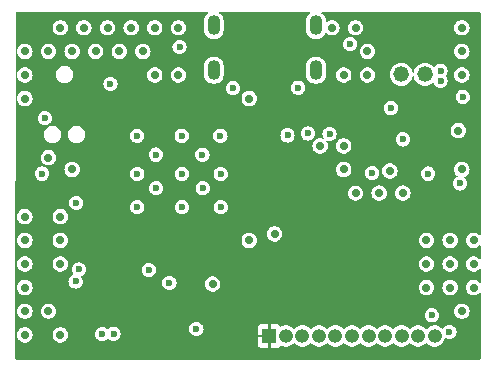
<source format=gbr>
%TF.GenerationSoftware,KiCad,Pcbnew,8.0.3*%
%TF.CreationDate,2024-07-26T16:59:45-04:00*%
%TF.ProjectId,Health_Watch,4865616c-7468-45f5-9761-7463682e6b69,rev?*%
%TF.SameCoordinates,Original*%
%TF.FileFunction,Copper,L4,Bot*%
%TF.FilePolarity,Positive*%
%FSLAX46Y46*%
G04 Gerber Fmt 4.6, Leading zero omitted, Abs format (unit mm)*
G04 Created by KiCad (PCBNEW 8.0.3) date 2024-07-26 16:59:45*
%MOMM*%
%LPD*%
G01*
G04 APERTURE LIST*
%TA.AperFunction,ComponentPad*%
%ADD10C,1.320800*%
%TD*%
%TA.AperFunction,ComponentPad*%
%ADD11O,1.100000X1.700000*%
%TD*%
%TA.AperFunction,ComponentPad*%
%ADD12R,1.200000X1.200000*%
%TD*%
%TA.AperFunction,ComponentPad*%
%ADD13O,1.200000X1.200000*%
%TD*%
%TA.AperFunction,ViaPad*%
%ADD14C,0.700000*%
%TD*%
%TA.AperFunction,ViaPad*%
%ADD15C,0.600000*%
%TD*%
G04 APERTURE END LIST*
D10*
%TO.P,J1,1,Pin_1*%
%TO.N,GND*%
X131875000Y-44950000D03*
%TO.P,J1,2,Pin_2*%
%TO.N,/+*%
X129874999Y-44950000D03*
%TD*%
D11*
%TO.P,J2,S1,SHIELD*%
%TO.N,GND*%
X122640000Y-44600000D03*
X122640000Y-40800000D03*
X114000000Y-44600000D03*
X114000000Y-40800000D03*
%TD*%
D12*
%TO.P,J4,1,Pin_1*%
%TO.N,+3V3*%
X118700000Y-67100000D03*
D13*
%TO.P,J4,2,Pin_2*%
%TO.N,/GPIO_PA2*%
X120100000Y-67100000D03*
%TO.P,J4,3,Pin_3*%
%TO.N,/SWD_NRST*%
X121500000Y-67100000D03*
%TO.P,J4,4,Pin_4*%
%TO.N,/TFT_DC*%
X122900000Y-67100000D03*
%TO.P,J4,5,Pin_5*%
%TO.N,/SPI_SCK*%
X124300000Y-67100000D03*
%TO.P,J4,6,Pin_6*%
%TO.N,/SPI_MISO*%
X125700000Y-67100000D03*
%TO.P,J4,7,Pin_7*%
%TO.N,/SPI_MOSI*%
X127100000Y-67100000D03*
%TO.P,J4,8,Pin_8*%
%TO.N,/TFT_TC*%
X128500000Y-67100000D03*
%TO.P,J4,9,Pin_9*%
%TO.N,/I2C_SCL*%
X129900000Y-67100000D03*
%TO.P,J4,10,Pin_10*%
%TO.N,/I2C_SDA*%
X131300000Y-67100000D03*
%TO.P,J4,11,Pin_11*%
%TO.N,GND*%
X132700000Y-67100000D03*
%TD*%
D14*
%TO.N,GND*%
X134000000Y-59000000D03*
X134700000Y-49700000D03*
D15*
X111100000Y-42650000D03*
X109093000Y-51739800D03*
X121950000Y-49950000D03*
D14*
X134000000Y-63000000D03*
D15*
X134850000Y-54175000D03*
D14*
X109000000Y-45000000D03*
X127000000Y-45000000D03*
X127000000Y-43000000D03*
D15*
X99700000Y-48650000D03*
X108492001Y-61495238D03*
D14*
X128900000Y-53125000D03*
X98000000Y-61000000D03*
D15*
X112522000Y-66497200D03*
D14*
X103000000Y-41000000D03*
X125000000Y-51000000D03*
D15*
X115620800Y-46126400D03*
D14*
X111000000Y-45000000D03*
X136000000Y-63000000D03*
X98000000Y-43000000D03*
X108000000Y-43000000D03*
X119150000Y-58450000D03*
X136000000Y-59000000D03*
X134000000Y-61000000D03*
X98000000Y-59000000D03*
D15*
X105250000Y-45750000D03*
D14*
X98000000Y-47000000D03*
X117000000Y-59000000D03*
X126000000Y-41000000D03*
D15*
X135077200Y-46837600D03*
D14*
X98000000Y-45000000D03*
X126000000Y-55000000D03*
D15*
X133197600Y-44627800D03*
D14*
X101000000Y-41000000D03*
X123000000Y-51000000D03*
X125000000Y-45000000D03*
X98000000Y-57000000D03*
X104000000Y-43000000D03*
X113900000Y-62700000D03*
X130000000Y-55000000D03*
D15*
X114554000Y-50139600D03*
X102300000Y-62484000D03*
D14*
X117000000Y-47000000D03*
X101000000Y-59000000D03*
X98000000Y-67000000D03*
D15*
X133197600Y-45477800D03*
X120243600Y-50114200D03*
X107525400Y-56195200D03*
X113030000Y-51739800D03*
D14*
X111000000Y-41000000D03*
X132000000Y-61000000D03*
D15*
X107500000Y-50150000D03*
X102565200Y-61468000D03*
X109118400Y-54584600D03*
D14*
X135000000Y-41000000D03*
X101000000Y-67000000D03*
X98000000Y-63000000D03*
X125000000Y-53000000D03*
D15*
X99450000Y-53350000D03*
D14*
X101000000Y-57000000D03*
D15*
X127400000Y-53300000D03*
X114579400Y-53365400D03*
D14*
X101000000Y-61000000D03*
X135000000Y-65000000D03*
D15*
X107525400Y-53375800D03*
D14*
X107000000Y-41000000D03*
X102000000Y-53000000D03*
D15*
X110236000Y-62600000D03*
D14*
X100000000Y-65000000D03*
X124000000Y-41000000D03*
D15*
X133950000Y-66750000D03*
X102350000Y-55829200D03*
X113055400Y-54584600D03*
D14*
X132000000Y-59000000D03*
D15*
X111302800Y-53365400D03*
X125552200Y-42392600D03*
X105511600Y-66903600D03*
D14*
X100000000Y-52000000D03*
D15*
X104546400Y-66954400D03*
X130000000Y-50450000D03*
D14*
X100000000Y-43000000D03*
D15*
X132150000Y-53350000D03*
D14*
X98000000Y-65000000D03*
D15*
X132450000Y-65350000D03*
D14*
X135000000Y-45000000D03*
D15*
X114579400Y-56184800D03*
D14*
X109000000Y-41000000D03*
X102000000Y-43000000D03*
D15*
X129000000Y-47800000D03*
D14*
X136000000Y-61000000D03*
D15*
X123800000Y-50000000D03*
D14*
X128000000Y-55000000D03*
X135000000Y-53000000D03*
D15*
X111277400Y-50139600D03*
D14*
X135000000Y-43000000D03*
D15*
X121132600Y-46075600D03*
D14*
X132000000Y-63000000D03*
X106000000Y-43000000D03*
D15*
X111302800Y-56184800D03*
D14*
X105000000Y-41000000D03*
D15*
%TO.N,+3V3*%
X104050000Y-57850000D03*
X127374600Y-61437400D03*
X103132000Y-57828000D03*
X99950000Y-45050000D03*
X120098000Y-49235000D03*
X128850000Y-59500000D03*
X117348000Y-67300000D03*
X119126000Y-55854600D03*
X115000000Y-62550000D03*
X134850000Y-57725000D03*
X105181400Y-46634400D03*
X117300000Y-66250000D03*
X115861000Y-65116800D03*
%TD*%
%TA.AperFunction,Conductor*%
%TO.N,+3V3*%
G36*
X136569693Y-39710252D02*
G01*
X136584045Y-39744900D01*
X136584045Y-39744907D01*
X136581526Y-58540130D01*
X136567170Y-58574776D01*
X136532519Y-58589123D01*
X136497873Y-58574767D01*
X136492205Y-58567966D01*
X136490483Y-58565470D01*
X136490479Y-58565466D01*
X136372239Y-58460716D01*
X136232364Y-58387303D01*
X136116788Y-58358817D01*
X136078985Y-58349500D01*
X135921015Y-58349500D01*
X135890687Y-58356975D01*
X135767635Y-58387303D01*
X135627760Y-58460716D01*
X135509520Y-58565466D01*
X135509516Y-58565471D01*
X135419780Y-58695475D01*
X135363763Y-58843180D01*
X135344722Y-59000000D01*
X135363763Y-59156819D01*
X135419780Y-59304524D01*
X135477627Y-59388330D01*
X135509517Y-59434530D01*
X135509519Y-59434531D01*
X135509520Y-59434533D01*
X135627760Y-59539283D01*
X135767635Y-59612696D01*
X135921015Y-59650500D01*
X135921016Y-59650500D01*
X136078983Y-59650500D01*
X136078985Y-59650500D01*
X136232365Y-59612696D01*
X136372240Y-59539283D01*
X136490483Y-59434530D01*
X136492075Y-59432223D01*
X136523561Y-59411857D01*
X136560230Y-59419721D01*
X136580599Y-59451211D01*
X136581403Y-59460060D01*
X136581259Y-60539743D01*
X136566903Y-60574389D01*
X136532252Y-60588736D01*
X136497606Y-60574380D01*
X136491937Y-60567577D01*
X136490483Y-60565470D01*
X136490480Y-60565467D01*
X136490479Y-60565466D01*
X136372239Y-60460716D01*
X136232364Y-60387303D01*
X136116788Y-60358817D01*
X136078985Y-60349500D01*
X135921015Y-60349500D01*
X135890687Y-60356975D01*
X135767635Y-60387303D01*
X135627760Y-60460716D01*
X135509520Y-60565466D01*
X135509516Y-60565471D01*
X135419780Y-60695475D01*
X135363763Y-60843180D01*
X135344722Y-61000000D01*
X135363763Y-61156819D01*
X135419780Y-61304524D01*
X135443216Y-61338476D01*
X135509517Y-61434530D01*
X135509519Y-61434531D01*
X135509520Y-61434533D01*
X135538774Y-61460449D01*
X135627760Y-61539283D01*
X135767635Y-61612696D01*
X135921015Y-61650500D01*
X135921016Y-61650500D01*
X136078983Y-61650500D01*
X136078985Y-61650500D01*
X136232365Y-61612696D01*
X136372240Y-61539283D01*
X136490483Y-61434530D01*
X136491808Y-61432609D01*
X136523296Y-61412246D01*
X136559965Y-61420112D01*
X136580331Y-61451603D01*
X136581135Y-61460449D01*
X136580991Y-62539355D01*
X136566635Y-62574001D01*
X136531984Y-62588348D01*
X136497338Y-62573992D01*
X136491671Y-62567191D01*
X136490483Y-62565470D01*
X136490479Y-62565466D01*
X136372239Y-62460716D01*
X136232364Y-62387303D01*
X136116788Y-62358817D01*
X136078985Y-62349500D01*
X135921015Y-62349500D01*
X135890687Y-62356975D01*
X135767635Y-62387303D01*
X135627760Y-62460716D01*
X135509520Y-62565466D01*
X135509516Y-62565471D01*
X135419780Y-62695475D01*
X135363763Y-62843180D01*
X135344722Y-63000000D01*
X135363763Y-63156819D01*
X135419780Y-63304524D01*
X135477627Y-63388330D01*
X135509517Y-63434530D01*
X135627760Y-63539283D01*
X135767635Y-63612696D01*
X135921015Y-63650500D01*
X135921016Y-63650500D01*
X136078983Y-63650500D01*
X136078985Y-63650500D01*
X136232365Y-63612696D01*
X136372240Y-63539283D01*
X136490483Y-63434530D01*
X136491539Y-63433000D01*
X136492237Y-63432548D01*
X136492445Y-63432314D01*
X136492510Y-63432371D01*
X136523026Y-63412634D01*
X136559695Y-63420499D01*
X136580063Y-63451989D01*
X136580867Y-63460837D01*
X136580118Y-69047258D01*
X136565762Y-69081904D01*
X136531113Y-69096251D01*
X97246656Y-69092313D01*
X97212009Y-69077958D01*
X97197661Y-69043308D01*
X97197661Y-69043275D01*
X97198413Y-68085165D01*
X97199263Y-67000000D01*
X97344722Y-67000000D01*
X97363763Y-67156819D01*
X97419780Y-67304524D01*
X97455092Y-67355682D01*
X97509517Y-67434530D01*
X97509519Y-67434531D01*
X97509520Y-67434533D01*
X97559644Y-67478938D01*
X97627760Y-67539283D01*
X97767635Y-67612696D01*
X97921015Y-67650500D01*
X97921016Y-67650500D01*
X98078983Y-67650500D01*
X98078985Y-67650500D01*
X98232365Y-67612696D01*
X98372240Y-67539283D01*
X98490483Y-67434530D01*
X98580220Y-67304523D01*
X98636237Y-67156818D01*
X98655278Y-67000000D01*
X100344722Y-67000000D01*
X100363763Y-67156819D01*
X100419780Y-67304524D01*
X100455092Y-67355682D01*
X100509517Y-67434530D01*
X100509519Y-67434531D01*
X100509520Y-67434533D01*
X100559644Y-67478938D01*
X100627760Y-67539283D01*
X100767635Y-67612696D01*
X100921015Y-67650500D01*
X100921016Y-67650500D01*
X101078983Y-67650500D01*
X101078985Y-67650500D01*
X101232365Y-67612696D01*
X101372240Y-67539283D01*
X101490483Y-67434530D01*
X101580220Y-67304523D01*
X101636237Y-67156818D01*
X101655278Y-67000000D01*
X101649741Y-66954400D01*
X103940718Y-66954400D01*
X103961355Y-67111161D01*
X104021861Y-67257236D01*
X104021864Y-67257241D01*
X104089668Y-67345606D01*
X104118118Y-67382682D01*
X104243559Y-67478936D01*
X104243561Y-67478936D01*
X104243563Y-67478938D01*
X104389249Y-67539283D01*
X104389638Y-67539444D01*
X104546400Y-67560082D01*
X104703162Y-67539444D01*
X104849241Y-67478936D01*
X104974682Y-67382682D01*
X105009892Y-67336794D01*
X105042369Y-67318044D01*
X105078594Y-67327750D01*
X105083212Y-67331801D01*
X105114335Y-67355682D01*
X105208759Y-67428136D01*
X105208761Y-67428136D01*
X105208763Y-67428138D01*
X105305692Y-67468287D01*
X105354838Y-67488644D01*
X105511600Y-67509282D01*
X105668362Y-67488644D01*
X105814441Y-67428136D01*
X105939882Y-67331882D01*
X106036136Y-67206441D01*
X106096644Y-67060362D01*
X106117282Y-66903600D01*
X106096644Y-66746838D01*
X106075369Y-66695475D01*
X106036138Y-66600763D01*
X106036135Y-66600758D01*
X106009058Y-66565471D01*
X105956672Y-66497200D01*
X111916318Y-66497200D01*
X111936955Y-66653961D01*
X111997461Y-66800036D01*
X111997464Y-66800041D01*
X112079353Y-66906762D01*
X112093718Y-66925482D01*
X112219159Y-67021736D01*
X112219161Y-67021736D01*
X112219163Y-67021738D01*
X112280970Y-67047339D01*
X112365238Y-67082244D01*
X112522000Y-67102882D01*
X112678762Y-67082244D01*
X112824841Y-67021736D01*
X112950282Y-66925482D01*
X113046536Y-66800041D01*
X113107044Y-66653962D01*
X113127682Y-66497200D01*
X113123906Y-66468519D01*
X117700000Y-66468519D01*
X117700000Y-66975000D01*
X118319383Y-66975000D01*
X118300000Y-67047339D01*
X118300000Y-67152661D01*
X118319383Y-67225000D01*
X117700001Y-67225000D01*
X117700001Y-67731479D01*
X117714834Y-67825147D01*
X117772354Y-67938038D01*
X117772359Y-67938045D01*
X117861954Y-68027640D01*
X117861961Y-68027645D01*
X117974849Y-68085163D01*
X118068519Y-68099999D01*
X118574999Y-68099999D01*
X118575000Y-68099998D01*
X118575000Y-67480617D01*
X118647339Y-67500000D01*
X118752661Y-67500000D01*
X118825000Y-67480617D01*
X118825000Y-68099999D01*
X119331479Y-68099999D01*
X119425147Y-68085165D01*
X119538038Y-68027645D01*
X119538045Y-68027640D01*
X119627639Y-67938046D01*
X119627640Y-67938044D01*
X119632542Y-67928425D01*
X119661059Y-67904069D01*
X119696131Y-67905905D01*
X119820197Y-67961144D01*
X120005354Y-68000500D01*
X120194646Y-68000500D01*
X120379803Y-67961144D01*
X120552730Y-67884151D01*
X120705871Y-67772888D01*
X120763586Y-67708789D01*
X120797435Y-67692643D01*
X120832787Y-67705162D01*
X120836414Y-67708789D01*
X120894124Y-67772884D01*
X120894127Y-67772886D01*
X120894129Y-67772888D01*
X121047270Y-67884151D01*
X121220197Y-67961144D01*
X121405354Y-68000500D01*
X121594646Y-68000500D01*
X121779803Y-67961144D01*
X121952730Y-67884151D01*
X122105871Y-67772888D01*
X122163586Y-67708789D01*
X122197435Y-67692643D01*
X122232787Y-67705162D01*
X122236414Y-67708789D01*
X122294124Y-67772884D01*
X122294127Y-67772886D01*
X122294129Y-67772888D01*
X122447270Y-67884151D01*
X122620197Y-67961144D01*
X122805354Y-68000500D01*
X122994646Y-68000500D01*
X123179803Y-67961144D01*
X123352730Y-67884151D01*
X123505871Y-67772888D01*
X123563586Y-67708789D01*
X123597435Y-67692643D01*
X123632787Y-67705162D01*
X123636414Y-67708789D01*
X123694124Y-67772884D01*
X123694127Y-67772886D01*
X123694129Y-67772888D01*
X123847270Y-67884151D01*
X124020197Y-67961144D01*
X124205354Y-68000500D01*
X124394646Y-68000500D01*
X124579803Y-67961144D01*
X124752730Y-67884151D01*
X124905871Y-67772888D01*
X124963586Y-67708789D01*
X124997435Y-67692643D01*
X125032787Y-67705162D01*
X125036414Y-67708789D01*
X125094124Y-67772884D01*
X125094127Y-67772886D01*
X125094129Y-67772888D01*
X125247270Y-67884151D01*
X125420197Y-67961144D01*
X125605354Y-68000500D01*
X125794646Y-68000500D01*
X125979803Y-67961144D01*
X126152730Y-67884151D01*
X126305871Y-67772888D01*
X126363586Y-67708789D01*
X126397435Y-67692643D01*
X126432787Y-67705162D01*
X126436414Y-67708789D01*
X126494124Y-67772884D01*
X126494127Y-67772886D01*
X126494129Y-67772888D01*
X126647270Y-67884151D01*
X126820197Y-67961144D01*
X127005354Y-68000500D01*
X127194646Y-68000500D01*
X127379803Y-67961144D01*
X127552730Y-67884151D01*
X127705871Y-67772888D01*
X127763586Y-67708789D01*
X127797435Y-67692643D01*
X127832787Y-67705162D01*
X127836414Y-67708789D01*
X127894124Y-67772884D01*
X127894127Y-67772886D01*
X127894129Y-67772888D01*
X128047270Y-67884151D01*
X128220197Y-67961144D01*
X128405354Y-68000500D01*
X128594646Y-68000500D01*
X128779803Y-67961144D01*
X128952730Y-67884151D01*
X129105871Y-67772888D01*
X129163586Y-67708789D01*
X129197435Y-67692643D01*
X129232787Y-67705162D01*
X129236414Y-67708789D01*
X129294124Y-67772884D01*
X129294127Y-67772886D01*
X129294129Y-67772888D01*
X129447270Y-67884151D01*
X129620197Y-67961144D01*
X129805354Y-68000500D01*
X129994646Y-68000500D01*
X130179803Y-67961144D01*
X130352730Y-67884151D01*
X130505871Y-67772888D01*
X130563586Y-67708789D01*
X130597435Y-67692643D01*
X130632787Y-67705162D01*
X130636414Y-67708789D01*
X130694124Y-67772884D01*
X130694127Y-67772886D01*
X130694129Y-67772888D01*
X130847270Y-67884151D01*
X131020197Y-67961144D01*
X131205354Y-68000500D01*
X131394646Y-68000500D01*
X131579803Y-67961144D01*
X131752730Y-67884151D01*
X131905871Y-67772888D01*
X131963586Y-67708789D01*
X131997435Y-67692643D01*
X132032787Y-67705162D01*
X132036414Y-67708789D01*
X132094124Y-67772884D01*
X132094127Y-67772886D01*
X132094129Y-67772888D01*
X132247270Y-67884151D01*
X132420197Y-67961144D01*
X132605354Y-68000500D01*
X132794646Y-68000500D01*
X132979803Y-67961144D01*
X133152730Y-67884151D01*
X133305871Y-67772888D01*
X133432533Y-67632216D01*
X133527179Y-67468284D01*
X133580517Y-67304126D01*
X133604871Y-67275612D01*
X133642259Y-67272669D01*
X133645869Y-67274001D01*
X133647157Y-67274534D01*
X133647159Y-67274536D01*
X133793238Y-67335044D01*
X133950000Y-67355682D01*
X134106762Y-67335044D01*
X134252841Y-67274536D01*
X134378282Y-67178282D01*
X134474536Y-67052841D01*
X134535044Y-66906762D01*
X134555682Y-66750000D01*
X134535044Y-66593238D01*
X134523542Y-66565470D01*
X134474538Y-66447163D01*
X134474535Y-66447158D01*
X134378282Y-66321718D01*
X134378281Y-66321717D01*
X134252841Y-66225464D01*
X134252836Y-66225461D01*
X134106761Y-66164955D01*
X133950000Y-66144318D01*
X133793238Y-66164955D01*
X133647163Y-66225461D01*
X133647158Y-66225464D01*
X133521718Y-66321717D01*
X133521717Y-66321718D01*
X133425464Y-66447158D01*
X133425462Y-66447162D01*
X133423186Y-66452656D01*
X133396664Y-66479171D01*
X133359161Y-66479167D01*
X133341504Y-66466686D01*
X133305875Y-66427115D01*
X133305872Y-66427113D01*
X133251080Y-66387304D01*
X133152730Y-66315849D01*
X132979803Y-66238856D01*
X132979800Y-66238855D01*
X132979796Y-66238854D01*
X132794646Y-66199500D01*
X132605354Y-66199500D01*
X132420203Y-66238854D01*
X132420194Y-66238857D01*
X132247268Y-66315850D01*
X132094128Y-66427112D01*
X132036414Y-66491210D01*
X132002564Y-66507355D01*
X131967212Y-66494836D01*
X131963586Y-66491210D01*
X131905871Y-66427112D01*
X131786574Y-66340438D01*
X131752730Y-66315849D01*
X131579803Y-66238856D01*
X131579800Y-66238855D01*
X131579796Y-66238854D01*
X131394646Y-66199500D01*
X131205354Y-66199500D01*
X131020203Y-66238854D01*
X131020194Y-66238857D01*
X130847268Y-66315850D01*
X130694128Y-66427112D01*
X130636414Y-66491210D01*
X130602564Y-66507355D01*
X130567212Y-66494836D01*
X130563586Y-66491210D01*
X130505871Y-66427112D01*
X130386574Y-66340438D01*
X130352730Y-66315849D01*
X130179803Y-66238856D01*
X130179800Y-66238855D01*
X130179796Y-66238854D01*
X129994646Y-66199500D01*
X129805354Y-66199500D01*
X129620203Y-66238854D01*
X129620194Y-66238857D01*
X129447268Y-66315850D01*
X129294128Y-66427112D01*
X129236414Y-66491210D01*
X129202564Y-66507355D01*
X129167212Y-66494836D01*
X129163586Y-66491210D01*
X129105871Y-66427112D01*
X128986574Y-66340438D01*
X128952730Y-66315849D01*
X128779803Y-66238856D01*
X128779800Y-66238855D01*
X128779796Y-66238854D01*
X128594646Y-66199500D01*
X128405354Y-66199500D01*
X128220203Y-66238854D01*
X128220194Y-66238857D01*
X128047268Y-66315850D01*
X127894128Y-66427112D01*
X127836414Y-66491210D01*
X127802564Y-66507355D01*
X127767212Y-66494836D01*
X127763586Y-66491210D01*
X127705871Y-66427112D01*
X127586574Y-66340438D01*
X127552730Y-66315849D01*
X127379803Y-66238856D01*
X127379800Y-66238855D01*
X127379796Y-66238854D01*
X127194646Y-66199500D01*
X127005354Y-66199500D01*
X126820203Y-66238854D01*
X126820194Y-66238857D01*
X126647268Y-66315850D01*
X126494128Y-66427112D01*
X126436414Y-66491210D01*
X126402564Y-66507355D01*
X126367212Y-66494836D01*
X126363586Y-66491210D01*
X126305871Y-66427112D01*
X126186574Y-66340438D01*
X126152730Y-66315849D01*
X125979803Y-66238856D01*
X125979800Y-66238855D01*
X125979796Y-66238854D01*
X125794646Y-66199500D01*
X125605354Y-66199500D01*
X125420203Y-66238854D01*
X125420194Y-66238857D01*
X125247268Y-66315850D01*
X125094128Y-66427112D01*
X125036414Y-66491210D01*
X125002564Y-66507355D01*
X124967212Y-66494836D01*
X124963586Y-66491210D01*
X124905871Y-66427112D01*
X124786574Y-66340438D01*
X124752730Y-66315849D01*
X124579803Y-66238856D01*
X124579800Y-66238855D01*
X124579796Y-66238854D01*
X124394646Y-66199500D01*
X124205354Y-66199500D01*
X124020203Y-66238854D01*
X124020194Y-66238857D01*
X123847268Y-66315850D01*
X123694128Y-66427112D01*
X123636414Y-66491210D01*
X123602564Y-66507355D01*
X123567212Y-66494836D01*
X123563586Y-66491210D01*
X123505871Y-66427112D01*
X123386574Y-66340438D01*
X123352730Y-66315849D01*
X123179803Y-66238856D01*
X123179800Y-66238855D01*
X123179796Y-66238854D01*
X122994646Y-66199500D01*
X122805354Y-66199500D01*
X122620203Y-66238854D01*
X122620194Y-66238857D01*
X122447268Y-66315850D01*
X122294128Y-66427112D01*
X122236414Y-66491210D01*
X122202564Y-66507355D01*
X122167212Y-66494836D01*
X122163586Y-66491210D01*
X122105871Y-66427112D01*
X121986574Y-66340438D01*
X121952730Y-66315849D01*
X121779803Y-66238856D01*
X121779800Y-66238855D01*
X121779796Y-66238854D01*
X121594646Y-66199500D01*
X121405354Y-66199500D01*
X121220203Y-66238854D01*
X121220194Y-66238857D01*
X121047268Y-66315850D01*
X120894128Y-66427112D01*
X120836414Y-66491210D01*
X120802564Y-66507355D01*
X120767212Y-66494836D01*
X120763586Y-66491210D01*
X120705871Y-66427112D01*
X120586574Y-66340438D01*
X120552730Y-66315849D01*
X120379803Y-66238856D01*
X120379800Y-66238855D01*
X120379796Y-66238854D01*
X120194646Y-66199500D01*
X120005354Y-66199500D01*
X119820197Y-66238856D01*
X119696131Y-66294093D01*
X119658641Y-66295074D01*
X119632541Y-66271574D01*
X119627640Y-66261955D01*
X119627637Y-66261951D01*
X119538045Y-66172359D01*
X119538038Y-66172354D01*
X119425150Y-66114836D01*
X119331480Y-66100000D01*
X118825000Y-66100000D01*
X118825000Y-66719382D01*
X118752661Y-66700000D01*
X118647339Y-66700000D01*
X118575000Y-66719382D01*
X118575000Y-66100000D01*
X118068520Y-66100000D01*
X117974852Y-66114834D01*
X117861961Y-66172354D01*
X117861954Y-66172359D01*
X117772359Y-66261954D01*
X117772354Y-66261961D01*
X117714836Y-66374849D01*
X117700000Y-66468519D01*
X113123906Y-66468519D01*
X113107044Y-66340438D01*
X113099289Y-66321717D01*
X113046538Y-66194363D01*
X113046535Y-66194358D01*
X113023973Y-66164955D01*
X112950282Y-66068918D01*
X112824841Y-65972664D01*
X112824836Y-65972661D01*
X112678761Y-65912155D01*
X112522000Y-65891518D01*
X112365238Y-65912155D01*
X112219163Y-65972661D01*
X112219158Y-65972664D01*
X112093718Y-66068917D01*
X112093717Y-66068918D01*
X111997464Y-66194358D01*
X111997461Y-66194363D01*
X111936956Y-66340437D01*
X111916318Y-66497200D01*
X105956672Y-66497200D01*
X105939882Y-66475318D01*
X105931021Y-66468519D01*
X105814441Y-66379064D01*
X105814436Y-66379061D01*
X105668361Y-66318555D01*
X105511600Y-66297918D01*
X105354838Y-66318555D01*
X105208763Y-66379061D01*
X105208758Y-66379064D01*
X105083317Y-66475318D01*
X105048107Y-66521203D01*
X105015627Y-66539954D01*
X104979403Y-66530247D01*
X104974789Y-66526200D01*
X104849241Y-66429864D01*
X104849236Y-66429861D01*
X104703161Y-66369355D01*
X104546400Y-66348718D01*
X104389638Y-66369355D01*
X104243563Y-66429861D01*
X104243558Y-66429864D01*
X104118118Y-66526117D01*
X104118117Y-66526118D01*
X104021864Y-66651558D01*
X104021861Y-66651563D01*
X103961355Y-66797638D01*
X103940718Y-66954400D01*
X101649741Y-66954400D01*
X101636237Y-66843182D01*
X101580220Y-66695477D01*
X101490483Y-66565470D01*
X101490480Y-66565467D01*
X101490479Y-66565466D01*
X101372239Y-66460716D01*
X101232364Y-66387303D01*
X101116788Y-66358817D01*
X101078985Y-66349500D01*
X100921015Y-66349500D01*
X100890687Y-66356975D01*
X100767635Y-66387303D01*
X100627760Y-66460716D01*
X100509520Y-66565466D01*
X100509516Y-66565471D01*
X100419780Y-66695475D01*
X100363763Y-66843180D01*
X100344722Y-67000000D01*
X98655278Y-67000000D01*
X98636237Y-66843182D01*
X98580220Y-66695477D01*
X98490483Y-66565470D01*
X98490480Y-66565467D01*
X98490479Y-66565466D01*
X98372239Y-66460716D01*
X98232364Y-66387303D01*
X98116788Y-66358817D01*
X98078985Y-66349500D01*
X97921015Y-66349500D01*
X97890687Y-66356975D01*
X97767635Y-66387303D01*
X97627760Y-66460716D01*
X97509520Y-66565466D01*
X97509516Y-66565471D01*
X97419780Y-66695475D01*
X97363763Y-66843180D01*
X97344722Y-67000000D01*
X97199263Y-67000000D01*
X97200831Y-65000000D01*
X97344722Y-65000000D01*
X97363763Y-65156819D01*
X97419780Y-65304524D01*
X97451170Y-65350000D01*
X97509517Y-65434530D01*
X97627760Y-65539283D01*
X97767635Y-65612696D01*
X97921015Y-65650500D01*
X97921016Y-65650500D01*
X98078983Y-65650500D01*
X98078985Y-65650500D01*
X98232365Y-65612696D01*
X98372240Y-65539283D01*
X98490483Y-65434530D01*
X98580220Y-65304523D01*
X98636237Y-65156818D01*
X98655278Y-65000000D01*
X99344722Y-65000000D01*
X99363763Y-65156819D01*
X99419780Y-65304524D01*
X99451170Y-65350000D01*
X99509517Y-65434530D01*
X99627760Y-65539283D01*
X99767635Y-65612696D01*
X99921015Y-65650500D01*
X99921016Y-65650500D01*
X100078983Y-65650500D01*
X100078985Y-65650500D01*
X100232365Y-65612696D01*
X100372240Y-65539283D01*
X100490483Y-65434530D01*
X100548830Y-65350000D01*
X131844318Y-65350000D01*
X131864955Y-65506761D01*
X131925461Y-65652836D01*
X131925464Y-65652841D01*
X132021718Y-65778282D01*
X132147159Y-65874536D01*
X132147161Y-65874536D01*
X132147163Y-65874538D01*
X132293238Y-65935044D01*
X132450000Y-65955682D01*
X132606762Y-65935044D01*
X132752841Y-65874536D01*
X132878282Y-65778282D01*
X132974536Y-65652841D01*
X133035044Y-65506762D01*
X133055682Y-65350000D01*
X133035044Y-65193238D01*
X132974536Y-65047159D01*
X132938350Y-65000000D01*
X134344722Y-65000000D01*
X134363763Y-65156819D01*
X134419780Y-65304524D01*
X134451170Y-65350000D01*
X134509517Y-65434530D01*
X134627760Y-65539283D01*
X134767635Y-65612696D01*
X134921015Y-65650500D01*
X134921016Y-65650500D01*
X135078983Y-65650500D01*
X135078985Y-65650500D01*
X135232365Y-65612696D01*
X135372240Y-65539283D01*
X135490483Y-65434530D01*
X135580220Y-65304523D01*
X135636237Y-65156818D01*
X135655278Y-65000000D01*
X135636237Y-64843182D01*
X135580220Y-64695477D01*
X135490483Y-64565470D01*
X135490480Y-64565467D01*
X135490479Y-64565466D01*
X135372239Y-64460716D01*
X135232364Y-64387303D01*
X135116788Y-64358817D01*
X135078985Y-64349500D01*
X134921015Y-64349500D01*
X134890687Y-64356975D01*
X134767635Y-64387303D01*
X134627760Y-64460716D01*
X134509520Y-64565466D01*
X134509516Y-64565471D01*
X134419780Y-64695475D01*
X134363763Y-64843180D01*
X134344722Y-65000000D01*
X132938350Y-65000000D01*
X132878282Y-64921718D01*
X132752841Y-64825464D01*
X132752836Y-64825461D01*
X132606761Y-64764955D01*
X132450000Y-64744318D01*
X132293238Y-64764955D01*
X132147163Y-64825461D01*
X132147158Y-64825464D01*
X132021718Y-64921717D01*
X132021717Y-64921718D01*
X131925464Y-65047158D01*
X131925461Y-65047163D01*
X131864955Y-65193238D01*
X131844318Y-65350000D01*
X100548830Y-65350000D01*
X100580220Y-65304523D01*
X100636237Y-65156818D01*
X100655278Y-65000000D01*
X100636237Y-64843182D01*
X100580220Y-64695477D01*
X100490483Y-64565470D01*
X100490480Y-64565467D01*
X100490479Y-64565466D01*
X100372239Y-64460716D01*
X100232364Y-64387303D01*
X100116788Y-64358817D01*
X100078985Y-64349500D01*
X99921015Y-64349500D01*
X99890687Y-64356975D01*
X99767635Y-64387303D01*
X99627760Y-64460716D01*
X99509520Y-64565466D01*
X99509516Y-64565471D01*
X99419780Y-64695475D01*
X99363763Y-64843180D01*
X99344722Y-65000000D01*
X98655278Y-65000000D01*
X98636237Y-64843182D01*
X98580220Y-64695477D01*
X98490483Y-64565470D01*
X98490480Y-64565467D01*
X98490479Y-64565466D01*
X98372239Y-64460716D01*
X98232364Y-64387303D01*
X98116788Y-64358817D01*
X98078985Y-64349500D01*
X97921015Y-64349500D01*
X97890687Y-64356975D01*
X97767635Y-64387303D01*
X97627760Y-64460716D01*
X97509520Y-64565466D01*
X97509516Y-64565471D01*
X97419780Y-64695475D01*
X97363763Y-64843180D01*
X97344722Y-65000000D01*
X97200831Y-65000000D01*
X97202399Y-63000000D01*
X97344722Y-63000000D01*
X97363763Y-63156819D01*
X97419780Y-63304524D01*
X97477627Y-63388330D01*
X97509517Y-63434530D01*
X97627760Y-63539283D01*
X97767635Y-63612696D01*
X97921015Y-63650500D01*
X97921016Y-63650500D01*
X98078983Y-63650500D01*
X98078985Y-63650500D01*
X98232365Y-63612696D01*
X98372240Y-63539283D01*
X98490483Y-63434530D01*
X98580220Y-63304523D01*
X98636237Y-63156818D01*
X98655278Y-63000000D01*
X98636237Y-62843182D01*
X98580220Y-62695477D01*
X98490483Y-62565470D01*
X98490480Y-62565467D01*
X98490479Y-62565466D01*
X98398522Y-62484000D01*
X101694318Y-62484000D01*
X101714955Y-62640761D01*
X101775461Y-62786836D01*
X101775464Y-62786841D01*
X101864473Y-62902841D01*
X101871718Y-62912282D01*
X101997159Y-63008536D01*
X101997161Y-63008536D01*
X101997163Y-63008538D01*
X102143238Y-63069044D01*
X102300000Y-63089682D01*
X102456762Y-63069044D01*
X102602841Y-63008536D01*
X102728282Y-62912282D01*
X102824536Y-62786841D01*
X102885044Y-62640762D01*
X102890410Y-62600000D01*
X109630318Y-62600000D01*
X109650955Y-62756761D01*
X109711461Y-62902836D01*
X109711464Y-62902841D01*
X109792565Y-63008535D01*
X109807718Y-63028282D01*
X109933159Y-63124536D01*
X109933161Y-63124536D01*
X109933163Y-63124538D01*
X110011097Y-63156819D01*
X110079238Y-63185044D01*
X110236000Y-63205682D01*
X110392762Y-63185044D01*
X110538841Y-63124536D01*
X110664282Y-63028282D01*
X110760536Y-62902841D01*
X110821044Y-62756762D01*
X110828517Y-62700000D01*
X113244722Y-62700000D01*
X113263763Y-62856819D01*
X113319780Y-63004524D01*
X113364315Y-63069044D01*
X113409517Y-63134530D01*
X113527760Y-63239283D01*
X113667635Y-63312696D01*
X113821015Y-63350500D01*
X113821016Y-63350500D01*
X113978983Y-63350500D01*
X113978985Y-63350500D01*
X114132365Y-63312696D01*
X114272240Y-63239283D01*
X114390483Y-63134530D01*
X114480220Y-63004523D01*
X114481935Y-63000000D01*
X131344722Y-63000000D01*
X131363763Y-63156819D01*
X131419780Y-63304524D01*
X131477627Y-63388330D01*
X131509517Y-63434530D01*
X131627760Y-63539283D01*
X131767635Y-63612696D01*
X131921015Y-63650500D01*
X131921016Y-63650500D01*
X132078983Y-63650500D01*
X132078985Y-63650500D01*
X132232365Y-63612696D01*
X132372240Y-63539283D01*
X132490483Y-63434530D01*
X132580220Y-63304523D01*
X132636237Y-63156818D01*
X132655278Y-63000000D01*
X133344722Y-63000000D01*
X133363763Y-63156819D01*
X133419780Y-63304524D01*
X133477627Y-63388330D01*
X133509517Y-63434530D01*
X133627760Y-63539283D01*
X133767635Y-63612696D01*
X133921015Y-63650500D01*
X133921016Y-63650500D01*
X134078983Y-63650500D01*
X134078985Y-63650500D01*
X134232365Y-63612696D01*
X134372240Y-63539283D01*
X134490483Y-63434530D01*
X134580220Y-63304523D01*
X134636237Y-63156818D01*
X134655278Y-63000000D01*
X134636237Y-62843182D01*
X134580220Y-62695477D01*
X134490483Y-62565470D01*
X134490480Y-62565467D01*
X134490479Y-62565466D01*
X134372239Y-62460716D01*
X134232364Y-62387303D01*
X134116788Y-62358817D01*
X134078985Y-62349500D01*
X133921015Y-62349500D01*
X133890687Y-62356975D01*
X133767635Y-62387303D01*
X133627760Y-62460716D01*
X133509520Y-62565466D01*
X133509516Y-62565471D01*
X133419780Y-62695475D01*
X133363763Y-62843180D01*
X133344722Y-63000000D01*
X132655278Y-63000000D01*
X132636237Y-62843182D01*
X132580220Y-62695477D01*
X132490483Y-62565470D01*
X132490480Y-62565467D01*
X132490479Y-62565466D01*
X132372239Y-62460716D01*
X132232364Y-62387303D01*
X132116788Y-62358817D01*
X132078985Y-62349500D01*
X131921015Y-62349500D01*
X131890687Y-62356975D01*
X131767635Y-62387303D01*
X131627760Y-62460716D01*
X131509520Y-62565466D01*
X131509516Y-62565471D01*
X131419780Y-62695475D01*
X131363763Y-62843180D01*
X131344722Y-63000000D01*
X114481935Y-63000000D01*
X114536237Y-62856818D01*
X114555278Y-62700000D01*
X114536237Y-62543182D01*
X114480220Y-62395477D01*
X114390483Y-62265470D01*
X114390480Y-62265467D01*
X114390479Y-62265466D01*
X114272239Y-62160716D01*
X114132364Y-62087303D01*
X114004209Y-62055717D01*
X113978985Y-62049500D01*
X113821015Y-62049500D01*
X113809732Y-62052281D01*
X113667635Y-62087303D01*
X113527760Y-62160716D01*
X113409520Y-62265466D01*
X113409516Y-62265471D01*
X113319780Y-62395475D01*
X113263763Y-62543180D01*
X113244722Y-62700000D01*
X110828517Y-62700000D01*
X110841682Y-62600000D01*
X110821044Y-62443238D01*
X110797875Y-62387303D01*
X110760538Y-62297163D01*
X110760535Y-62297158D01*
X110664282Y-62171718D01*
X110664281Y-62171717D01*
X110538841Y-62075464D01*
X110538836Y-62075461D01*
X110392761Y-62014955D01*
X110236000Y-61994318D01*
X110079238Y-62014955D01*
X109933163Y-62075461D01*
X109933158Y-62075464D01*
X109807718Y-62171717D01*
X109807717Y-62171718D01*
X109711464Y-62297158D01*
X109711461Y-62297163D01*
X109650955Y-62443238D01*
X109630318Y-62600000D01*
X102890410Y-62600000D01*
X102905682Y-62484000D01*
X102885044Y-62327238D01*
X102872585Y-62297159D01*
X102824538Y-62181163D01*
X102824535Y-62181158D01*
X102764073Y-62102362D01*
X102754367Y-62066139D01*
X102773119Y-62033661D01*
X102784197Y-62027265D01*
X102802285Y-62019773D01*
X102868041Y-61992536D01*
X102993482Y-61896282D01*
X103089736Y-61770841D01*
X103150244Y-61624762D01*
X103167296Y-61495238D01*
X107886319Y-61495238D01*
X107906956Y-61651999D01*
X107967462Y-61798074D01*
X107967465Y-61798079D01*
X108042818Y-61896282D01*
X108063719Y-61923520D01*
X108189160Y-62019774D01*
X108189162Y-62019774D01*
X108189164Y-62019776D01*
X108275934Y-62055717D01*
X108335239Y-62080282D01*
X108492001Y-62100920D01*
X108648763Y-62080282D01*
X108794842Y-62019774D01*
X108920283Y-61923520D01*
X109016537Y-61798079D01*
X109077045Y-61652000D01*
X109097683Y-61495238D01*
X109077045Y-61338476D01*
X109016537Y-61192397D01*
X108920283Y-61066956D01*
X108884784Y-61039717D01*
X108833024Y-61000000D01*
X131344722Y-61000000D01*
X131363763Y-61156819D01*
X131419780Y-61304524D01*
X131443216Y-61338476D01*
X131509517Y-61434530D01*
X131509519Y-61434531D01*
X131509520Y-61434533D01*
X131538774Y-61460449D01*
X131627760Y-61539283D01*
X131767635Y-61612696D01*
X131921015Y-61650500D01*
X131921016Y-61650500D01*
X132078983Y-61650500D01*
X132078985Y-61650500D01*
X132232365Y-61612696D01*
X132372240Y-61539283D01*
X132490483Y-61434530D01*
X132580220Y-61304523D01*
X132636237Y-61156818D01*
X132655278Y-61000000D01*
X133344722Y-61000000D01*
X133363763Y-61156819D01*
X133419780Y-61304524D01*
X133443216Y-61338476D01*
X133509517Y-61434530D01*
X133509519Y-61434531D01*
X133509520Y-61434533D01*
X133538774Y-61460449D01*
X133627760Y-61539283D01*
X133767635Y-61612696D01*
X133921015Y-61650500D01*
X133921016Y-61650500D01*
X134078983Y-61650500D01*
X134078985Y-61650500D01*
X134232365Y-61612696D01*
X134372240Y-61539283D01*
X134490483Y-61434530D01*
X134580220Y-61304523D01*
X134636237Y-61156818D01*
X134655278Y-61000000D01*
X134636237Y-60843182D01*
X134580220Y-60695477D01*
X134490483Y-60565470D01*
X134490480Y-60565467D01*
X134490479Y-60565466D01*
X134372239Y-60460716D01*
X134232364Y-60387303D01*
X134116788Y-60358817D01*
X134078985Y-60349500D01*
X133921015Y-60349500D01*
X133890687Y-60356975D01*
X133767635Y-60387303D01*
X133627760Y-60460716D01*
X133509520Y-60565466D01*
X133509516Y-60565471D01*
X133419780Y-60695475D01*
X133363763Y-60843180D01*
X133344722Y-61000000D01*
X132655278Y-61000000D01*
X132636237Y-60843182D01*
X132580220Y-60695477D01*
X132490483Y-60565470D01*
X132490480Y-60565467D01*
X132490479Y-60565466D01*
X132372239Y-60460716D01*
X132232364Y-60387303D01*
X132116788Y-60358817D01*
X132078985Y-60349500D01*
X131921015Y-60349500D01*
X131890687Y-60356975D01*
X131767635Y-60387303D01*
X131627760Y-60460716D01*
X131509520Y-60565466D01*
X131509516Y-60565471D01*
X131419780Y-60695475D01*
X131363763Y-60843180D01*
X131344722Y-61000000D01*
X108833024Y-61000000D01*
X108794842Y-60970702D01*
X108794837Y-60970699D01*
X108648762Y-60910193D01*
X108492001Y-60889556D01*
X108335239Y-60910193D01*
X108189164Y-60970699D01*
X108189159Y-60970702D01*
X108063719Y-61066955D01*
X108063718Y-61066956D01*
X107967465Y-61192396D01*
X107967462Y-61192401D01*
X107906956Y-61338476D01*
X107886319Y-61495238D01*
X103167296Y-61495238D01*
X103170882Y-61468000D01*
X103150244Y-61311238D01*
X103101020Y-61192401D01*
X103089738Y-61165163D01*
X103089735Y-61165158D01*
X103083336Y-61156819D01*
X102993482Y-61039718D01*
X102941720Y-61000000D01*
X102868041Y-60943464D01*
X102868036Y-60943461D01*
X102721961Y-60882955D01*
X102565200Y-60862318D01*
X102408438Y-60882955D01*
X102262363Y-60943461D01*
X102262358Y-60943464D01*
X102136918Y-61039717D01*
X102136917Y-61039718D01*
X102040664Y-61165158D01*
X102040661Y-61165163D01*
X101980155Y-61311238D01*
X101959518Y-61468000D01*
X101980155Y-61624761D01*
X102040661Y-61770836D01*
X102040663Y-61770838D01*
X102040664Y-61770841D01*
X102101125Y-61849635D01*
X102110831Y-61885860D01*
X102092079Y-61918339D01*
X102081002Y-61924734D01*
X101997160Y-61959463D01*
X101997158Y-61959464D01*
X101871718Y-62055717D01*
X101871717Y-62055718D01*
X101775464Y-62181158D01*
X101775461Y-62181163D01*
X101714955Y-62327238D01*
X101694318Y-62484000D01*
X98398522Y-62484000D01*
X98372239Y-62460716D01*
X98232364Y-62387303D01*
X98116788Y-62358817D01*
X98078985Y-62349500D01*
X97921015Y-62349500D01*
X97890687Y-62356975D01*
X97767635Y-62387303D01*
X97627760Y-62460716D01*
X97509520Y-62565466D01*
X97509516Y-62565471D01*
X97419780Y-62695475D01*
X97363763Y-62843180D01*
X97344722Y-63000000D01*
X97202399Y-63000000D01*
X97203967Y-61000000D01*
X97344722Y-61000000D01*
X97363763Y-61156819D01*
X97419780Y-61304524D01*
X97443216Y-61338476D01*
X97509517Y-61434530D01*
X97509519Y-61434531D01*
X97509520Y-61434533D01*
X97538774Y-61460449D01*
X97627760Y-61539283D01*
X97767635Y-61612696D01*
X97921015Y-61650500D01*
X97921016Y-61650500D01*
X98078983Y-61650500D01*
X98078985Y-61650500D01*
X98232365Y-61612696D01*
X98372240Y-61539283D01*
X98490483Y-61434530D01*
X98580220Y-61304523D01*
X98636237Y-61156818D01*
X98655278Y-61000000D01*
X100344722Y-61000000D01*
X100363763Y-61156819D01*
X100419780Y-61304524D01*
X100443216Y-61338476D01*
X100509517Y-61434530D01*
X100509519Y-61434531D01*
X100509520Y-61434533D01*
X100538774Y-61460449D01*
X100627760Y-61539283D01*
X100767635Y-61612696D01*
X100921015Y-61650500D01*
X100921016Y-61650500D01*
X101078983Y-61650500D01*
X101078985Y-61650500D01*
X101232365Y-61612696D01*
X101372240Y-61539283D01*
X101490483Y-61434530D01*
X101580220Y-61304523D01*
X101636237Y-61156818D01*
X101655278Y-61000000D01*
X101636237Y-60843182D01*
X101580220Y-60695477D01*
X101490483Y-60565470D01*
X101490480Y-60565467D01*
X101490479Y-60565466D01*
X101372239Y-60460716D01*
X101232364Y-60387303D01*
X101116788Y-60358817D01*
X101078985Y-60349500D01*
X100921015Y-60349500D01*
X100890687Y-60356975D01*
X100767635Y-60387303D01*
X100627760Y-60460716D01*
X100509520Y-60565466D01*
X100509516Y-60565471D01*
X100419780Y-60695475D01*
X100363763Y-60843180D01*
X100344722Y-61000000D01*
X98655278Y-61000000D01*
X98636237Y-60843182D01*
X98580220Y-60695477D01*
X98490483Y-60565470D01*
X98490480Y-60565467D01*
X98490479Y-60565466D01*
X98372239Y-60460716D01*
X98232364Y-60387303D01*
X98116788Y-60358817D01*
X98078985Y-60349500D01*
X97921015Y-60349500D01*
X97890687Y-60356975D01*
X97767635Y-60387303D01*
X97627760Y-60460716D01*
X97509520Y-60565466D01*
X97509516Y-60565471D01*
X97419780Y-60695475D01*
X97363763Y-60843180D01*
X97344722Y-61000000D01*
X97203967Y-61000000D01*
X97205535Y-59000000D01*
X97344722Y-59000000D01*
X97363763Y-59156819D01*
X97419780Y-59304524D01*
X97477627Y-59388330D01*
X97509517Y-59434530D01*
X97509519Y-59434531D01*
X97509520Y-59434533D01*
X97627760Y-59539283D01*
X97767635Y-59612696D01*
X97921015Y-59650500D01*
X97921016Y-59650500D01*
X98078983Y-59650500D01*
X98078985Y-59650500D01*
X98232365Y-59612696D01*
X98372240Y-59539283D01*
X98490483Y-59434530D01*
X98580220Y-59304523D01*
X98636237Y-59156818D01*
X98655278Y-59000000D01*
X100344722Y-59000000D01*
X100363763Y-59156819D01*
X100419780Y-59304524D01*
X100477627Y-59388330D01*
X100509517Y-59434530D01*
X100509519Y-59434531D01*
X100509520Y-59434533D01*
X100627760Y-59539283D01*
X100767635Y-59612696D01*
X100921015Y-59650500D01*
X100921016Y-59650500D01*
X101078983Y-59650500D01*
X101078985Y-59650500D01*
X101232365Y-59612696D01*
X101372240Y-59539283D01*
X101490483Y-59434530D01*
X101580220Y-59304523D01*
X101636237Y-59156818D01*
X101655278Y-59000000D01*
X116344722Y-59000000D01*
X116363763Y-59156819D01*
X116419780Y-59304524D01*
X116477627Y-59388330D01*
X116509517Y-59434530D01*
X116509519Y-59434531D01*
X116509520Y-59434533D01*
X116627760Y-59539283D01*
X116767635Y-59612696D01*
X116921015Y-59650500D01*
X116921016Y-59650500D01*
X117078983Y-59650500D01*
X117078985Y-59650500D01*
X117232365Y-59612696D01*
X117372240Y-59539283D01*
X117490483Y-59434530D01*
X117580220Y-59304523D01*
X117636237Y-59156818D01*
X117655278Y-59000000D01*
X117636237Y-58843182D01*
X117580220Y-58695477D01*
X117490483Y-58565470D01*
X117490480Y-58565467D01*
X117490479Y-58565466D01*
X117372239Y-58460716D01*
X117351822Y-58450000D01*
X118494722Y-58450000D01*
X118513763Y-58606819D01*
X118569780Y-58754524D01*
X118627627Y-58838330D01*
X118659517Y-58884530D01*
X118777760Y-58989283D01*
X118917635Y-59062696D01*
X119071015Y-59100500D01*
X119071016Y-59100500D01*
X119228983Y-59100500D01*
X119228985Y-59100500D01*
X119382365Y-59062696D01*
X119501821Y-59000000D01*
X131344722Y-59000000D01*
X131363763Y-59156819D01*
X131419780Y-59304524D01*
X131477627Y-59388330D01*
X131509517Y-59434530D01*
X131509519Y-59434531D01*
X131509520Y-59434533D01*
X131627760Y-59539283D01*
X131767635Y-59612696D01*
X131921015Y-59650500D01*
X131921016Y-59650500D01*
X132078983Y-59650500D01*
X132078985Y-59650500D01*
X132232365Y-59612696D01*
X132372240Y-59539283D01*
X132490483Y-59434530D01*
X132580220Y-59304523D01*
X132636237Y-59156818D01*
X132655278Y-59000000D01*
X133344722Y-59000000D01*
X133363763Y-59156819D01*
X133419780Y-59304524D01*
X133477627Y-59388330D01*
X133509517Y-59434530D01*
X133509519Y-59434531D01*
X133509520Y-59434533D01*
X133627760Y-59539283D01*
X133767635Y-59612696D01*
X133921015Y-59650500D01*
X133921016Y-59650500D01*
X134078983Y-59650500D01*
X134078985Y-59650500D01*
X134232365Y-59612696D01*
X134372240Y-59539283D01*
X134490483Y-59434530D01*
X134580220Y-59304523D01*
X134636237Y-59156818D01*
X134655278Y-59000000D01*
X134636237Y-58843182D01*
X134580220Y-58695477D01*
X134490483Y-58565470D01*
X134490480Y-58565467D01*
X134490479Y-58565466D01*
X134372239Y-58460716D01*
X134232364Y-58387303D01*
X134116788Y-58358817D01*
X134078985Y-58349500D01*
X133921015Y-58349500D01*
X133890687Y-58356975D01*
X133767635Y-58387303D01*
X133627760Y-58460716D01*
X133509520Y-58565466D01*
X133509516Y-58565471D01*
X133419780Y-58695475D01*
X133363763Y-58843180D01*
X133344722Y-59000000D01*
X132655278Y-59000000D01*
X132636237Y-58843182D01*
X132580220Y-58695477D01*
X132490483Y-58565470D01*
X132490480Y-58565467D01*
X132490479Y-58565466D01*
X132372239Y-58460716D01*
X132232364Y-58387303D01*
X132116788Y-58358817D01*
X132078985Y-58349500D01*
X131921015Y-58349500D01*
X131890687Y-58356975D01*
X131767635Y-58387303D01*
X131627760Y-58460716D01*
X131509520Y-58565466D01*
X131509516Y-58565471D01*
X131419780Y-58695475D01*
X131363763Y-58843180D01*
X131344722Y-59000000D01*
X119501821Y-59000000D01*
X119522240Y-58989283D01*
X119640483Y-58884530D01*
X119730220Y-58754523D01*
X119786237Y-58606818D01*
X119805278Y-58450000D01*
X119786237Y-58293182D01*
X119730220Y-58145477D01*
X119640483Y-58015470D01*
X119640480Y-58015467D01*
X119640479Y-58015466D01*
X119522239Y-57910716D01*
X119382364Y-57837303D01*
X119266788Y-57808817D01*
X119228985Y-57799500D01*
X119071015Y-57799500D01*
X119040687Y-57806975D01*
X118917635Y-57837303D01*
X118777760Y-57910716D01*
X118659520Y-58015466D01*
X118659516Y-58015471D01*
X118569780Y-58145475D01*
X118513763Y-58293180D01*
X118494722Y-58450000D01*
X117351822Y-58450000D01*
X117232364Y-58387303D01*
X117116788Y-58358817D01*
X117078985Y-58349500D01*
X116921015Y-58349500D01*
X116890687Y-58356975D01*
X116767635Y-58387303D01*
X116627760Y-58460716D01*
X116509520Y-58565466D01*
X116509516Y-58565471D01*
X116419780Y-58695475D01*
X116363763Y-58843180D01*
X116344722Y-59000000D01*
X101655278Y-59000000D01*
X101636237Y-58843182D01*
X101580220Y-58695477D01*
X101490483Y-58565470D01*
X101490480Y-58565467D01*
X101490479Y-58565466D01*
X101372239Y-58460716D01*
X101232364Y-58387303D01*
X101116788Y-58358817D01*
X101078985Y-58349500D01*
X100921015Y-58349500D01*
X100890687Y-58356975D01*
X100767635Y-58387303D01*
X100627760Y-58460716D01*
X100509520Y-58565466D01*
X100509516Y-58565471D01*
X100419780Y-58695475D01*
X100363763Y-58843180D01*
X100344722Y-59000000D01*
X98655278Y-59000000D01*
X98636237Y-58843182D01*
X98580220Y-58695477D01*
X98490483Y-58565470D01*
X98490480Y-58565467D01*
X98490479Y-58565466D01*
X98372239Y-58460716D01*
X98232364Y-58387303D01*
X98116788Y-58358817D01*
X98078985Y-58349500D01*
X97921015Y-58349500D01*
X97890687Y-58356975D01*
X97767635Y-58387303D01*
X97627760Y-58460716D01*
X97509520Y-58565466D01*
X97509516Y-58565471D01*
X97419780Y-58695475D01*
X97363763Y-58843180D01*
X97344722Y-59000000D01*
X97205535Y-59000000D01*
X97207103Y-57000000D01*
X97344722Y-57000000D01*
X97363763Y-57156819D01*
X97419780Y-57304524D01*
X97477627Y-57388330D01*
X97509517Y-57434530D01*
X97627760Y-57539283D01*
X97767635Y-57612696D01*
X97921015Y-57650500D01*
X97921016Y-57650500D01*
X98078983Y-57650500D01*
X98078985Y-57650500D01*
X98232365Y-57612696D01*
X98372240Y-57539283D01*
X98490483Y-57434530D01*
X98580220Y-57304523D01*
X98636237Y-57156818D01*
X98655278Y-57000000D01*
X100344722Y-57000000D01*
X100363763Y-57156819D01*
X100419780Y-57304524D01*
X100477627Y-57388330D01*
X100509517Y-57434530D01*
X100627760Y-57539283D01*
X100767635Y-57612696D01*
X100921015Y-57650500D01*
X100921016Y-57650500D01*
X101078983Y-57650500D01*
X101078985Y-57650500D01*
X101232365Y-57612696D01*
X101372240Y-57539283D01*
X101490483Y-57434530D01*
X101580220Y-57304523D01*
X101636237Y-57156818D01*
X101655278Y-57000000D01*
X101636237Y-56843182D01*
X101580220Y-56695477D01*
X101490483Y-56565470D01*
X101490480Y-56565467D01*
X101490479Y-56565466D01*
X101372239Y-56460716D01*
X101232364Y-56387303D01*
X101116788Y-56358817D01*
X101078985Y-56349500D01*
X100921015Y-56349500D01*
X100890687Y-56356975D01*
X100767635Y-56387303D01*
X100627760Y-56460716D01*
X100509520Y-56565466D01*
X100509516Y-56565471D01*
X100419780Y-56695475D01*
X100363763Y-56843180D01*
X100344722Y-57000000D01*
X98655278Y-57000000D01*
X98636237Y-56843182D01*
X98580220Y-56695477D01*
X98490483Y-56565470D01*
X98490480Y-56565467D01*
X98490479Y-56565466D01*
X98372239Y-56460716D01*
X98232364Y-56387303D01*
X98116788Y-56358817D01*
X98078985Y-56349500D01*
X97921015Y-56349500D01*
X97890687Y-56356975D01*
X97767635Y-56387303D01*
X97627760Y-56460716D01*
X97509520Y-56565466D01*
X97509516Y-56565471D01*
X97419780Y-56695475D01*
X97363763Y-56843180D01*
X97344722Y-57000000D01*
X97207103Y-57000000D01*
X97208021Y-55829200D01*
X101744318Y-55829200D01*
X101764955Y-55985961D01*
X101825461Y-56132036D01*
X101825464Y-56132041D01*
X101921718Y-56257482D01*
X102047159Y-56353736D01*
X102047161Y-56353736D01*
X102047163Y-56353738D01*
X102128199Y-56387304D01*
X102193238Y-56414244D01*
X102350000Y-56434882D01*
X102506762Y-56414244D01*
X102652841Y-56353736D01*
X102778282Y-56257482D01*
X102826073Y-56195200D01*
X106919718Y-56195200D01*
X106940355Y-56351961D01*
X107000861Y-56498036D01*
X107000864Y-56498041D01*
X107097118Y-56623482D01*
X107222559Y-56719736D01*
X107222561Y-56719736D01*
X107222563Y-56719738D01*
X107343530Y-56769844D01*
X107368638Y-56780244D01*
X107525400Y-56800882D01*
X107682162Y-56780244D01*
X107828241Y-56719736D01*
X107953682Y-56623482D01*
X108049936Y-56498041D01*
X108110444Y-56351962D01*
X108131082Y-56195200D01*
X108129713Y-56184800D01*
X110697118Y-56184800D01*
X110717755Y-56341561D01*
X110778261Y-56487636D01*
X110778264Y-56487641D01*
X110874518Y-56613082D01*
X110999959Y-56709336D01*
X110999961Y-56709336D01*
X110999963Y-56709338D01*
X111146038Y-56769844D01*
X111302800Y-56790482D01*
X111459562Y-56769844D01*
X111605641Y-56709336D01*
X111731082Y-56613082D01*
X111827336Y-56487641D01*
X111887844Y-56341562D01*
X111908482Y-56184800D01*
X113973718Y-56184800D01*
X113994355Y-56341561D01*
X114054861Y-56487636D01*
X114054864Y-56487641D01*
X114151118Y-56613082D01*
X114276559Y-56709336D01*
X114276561Y-56709336D01*
X114276563Y-56709338D01*
X114422638Y-56769844D01*
X114579400Y-56790482D01*
X114736162Y-56769844D01*
X114882241Y-56709336D01*
X115007682Y-56613082D01*
X115103936Y-56487641D01*
X115164444Y-56341562D01*
X115185082Y-56184800D01*
X115164444Y-56028038D01*
X115147015Y-55985961D01*
X115103938Y-55881963D01*
X115103935Y-55881958D01*
X115007682Y-55756518D01*
X115007681Y-55756517D01*
X114882241Y-55660264D01*
X114882236Y-55660261D01*
X114736161Y-55599755D01*
X114579400Y-55579118D01*
X114422638Y-55599755D01*
X114276563Y-55660261D01*
X114276558Y-55660264D01*
X114151118Y-55756517D01*
X114151117Y-55756518D01*
X114054864Y-55881958D01*
X114054861Y-55881963D01*
X113994355Y-56028038D01*
X113973718Y-56184800D01*
X111908482Y-56184800D01*
X111887844Y-56028038D01*
X111870415Y-55985961D01*
X111827338Y-55881963D01*
X111827335Y-55881958D01*
X111731082Y-55756518D01*
X111731081Y-55756517D01*
X111605641Y-55660264D01*
X111605636Y-55660261D01*
X111459561Y-55599755D01*
X111302800Y-55579118D01*
X111146038Y-55599755D01*
X110999963Y-55660261D01*
X110999958Y-55660264D01*
X110874518Y-55756517D01*
X110874517Y-55756518D01*
X110778264Y-55881958D01*
X110778261Y-55881963D01*
X110717755Y-56028038D01*
X110697118Y-56184800D01*
X108129713Y-56184800D01*
X108110444Y-56038438D01*
X108049936Y-55892359D01*
X107953682Y-55766918D01*
X107940128Y-55756518D01*
X107828241Y-55670664D01*
X107828236Y-55670661D01*
X107682161Y-55610155D01*
X107525400Y-55589518D01*
X107368638Y-55610155D01*
X107222563Y-55670661D01*
X107222558Y-55670664D01*
X107097118Y-55766917D01*
X107097117Y-55766918D01*
X107000864Y-55892358D01*
X107000861Y-55892363D01*
X106940355Y-56038438D01*
X106919718Y-56195200D01*
X102826073Y-56195200D01*
X102874536Y-56132041D01*
X102935044Y-55985962D01*
X102955682Y-55829200D01*
X102935044Y-55672438D01*
X102909246Y-55610156D01*
X102874538Y-55526363D01*
X102874535Y-55526358D01*
X102778282Y-55400918D01*
X102778281Y-55400917D01*
X102652841Y-55304664D01*
X102652836Y-55304661D01*
X102506761Y-55244155D01*
X102350000Y-55223518D01*
X102193238Y-55244155D01*
X102047163Y-55304661D01*
X102047158Y-55304664D01*
X101921718Y-55400917D01*
X101921717Y-55400918D01*
X101825464Y-55526358D01*
X101825461Y-55526363D01*
X101764955Y-55672438D01*
X101744318Y-55829200D01*
X97208021Y-55829200D01*
X97208997Y-54584600D01*
X108512718Y-54584600D01*
X108533355Y-54741361D01*
X108593861Y-54887436D01*
X108593864Y-54887441D01*
X108690118Y-55012882D01*
X108815559Y-55109136D01*
X108815561Y-55109136D01*
X108815563Y-55109138D01*
X108930673Y-55156818D01*
X108961638Y-55169644D01*
X109118400Y-55190282D01*
X109275162Y-55169644D01*
X109421241Y-55109136D01*
X109546682Y-55012882D01*
X109642936Y-54887441D01*
X109703444Y-54741362D01*
X109724082Y-54584600D01*
X112449718Y-54584600D01*
X112470355Y-54741361D01*
X112530861Y-54887436D01*
X112530864Y-54887441D01*
X112627118Y-55012882D01*
X112752559Y-55109136D01*
X112752561Y-55109136D01*
X112752563Y-55109138D01*
X112867673Y-55156818D01*
X112898638Y-55169644D01*
X113055400Y-55190282D01*
X113212162Y-55169644D01*
X113358241Y-55109136D01*
X113483682Y-55012882D01*
X113493567Y-55000000D01*
X125344722Y-55000000D01*
X125363763Y-55156819D01*
X125419780Y-55304524D01*
X125419875Y-55304661D01*
X125509517Y-55434530D01*
X125509519Y-55434531D01*
X125509520Y-55434533D01*
X125613172Y-55526359D01*
X125627760Y-55539283D01*
X125767635Y-55612696D01*
X125921015Y-55650500D01*
X125921016Y-55650500D01*
X126078983Y-55650500D01*
X126078985Y-55650500D01*
X126232365Y-55612696D01*
X126372240Y-55539283D01*
X126490483Y-55434530D01*
X126580220Y-55304523D01*
X126636237Y-55156818D01*
X126655278Y-55000000D01*
X127344722Y-55000000D01*
X127363763Y-55156819D01*
X127419780Y-55304524D01*
X127419875Y-55304661D01*
X127509517Y-55434530D01*
X127509519Y-55434531D01*
X127509520Y-55434533D01*
X127613172Y-55526359D01*
X127627760Y-55539283D01*
X127767635Y-55612696D01*
X127921015Y-55650500D01*
X127921016Y-55650500D01*
X128078983Y-55650500D01*
X128078985Y-55650500D01*
X128232365Y-55612696D01*
X128372240Y-55539283D01*
X128490483Y-55434530D01*
X128580220Y-55304523D01*
X128636237Y-55156818D01*
X128655278Y-55000000D01*
X129344722Y-55000000D01*
X129363763Y-55156819D01*
X129419780Y-55304524D01*
X129419875Y-55304661D01*
X129509517Y-55434530D01*
X129509519Y-55434531D01*
X129509520Y-55434533D01*
X129613172Y-55526359D01*
X129627760Y-55539283D01*
X129767635Y-55612696D01*
X129921015Y-55650500D01*
X129921016Y-55650500D01*
X130078983Y-55650500D01*
X130078985Y-55650500D01*
X130232365Y-55612696D01*
X130372240Y-55539283D01*
X130490483Y-55434530D01*
X130580220Y-55304523D01*
X130636237Y-55156818D01*
X130655278Y-55000000D01*
X130636237Y-54843182D01*
X130580220Y-54695477D01*
X130490483Y-54565470D01*
X130490480Y-54565467D01*
X130490479Y-54565466D01*
X130372239Y-54460716D01*
X130232364Y-54387303D01*
X130116788Y-54358817D01*
X130078985Y-54349500D01*
X129921015Y-54349500D01*
X129890687Y-54356975D01*
X129767635Y-54387303D01*
X129627760Y-54460716D01*
X129509520Y-54565466D01*
X129509516Y-54565471D01*
X129419780Y-54695475D01*
X129363763Y-54843180D01*
X129344722Y-55000000D01*
X128655278Y-55000000D01*
X128636237Y-54843182D01*
X128580220Y-54695477D01*
X128490483Y-54565470D01*
X128490480Y-54565467D01*
X128490479Y-54565466D01*
X128372239Y-54460716D01*
X128232364Y-54387303D01*
X128116788Y-54358817D01*
X128078985Y-54349500D01*
X127921015Y-54349500D01*
X127890687Y-54356975D01*
X127767635Y-54387303D01*
X127627760Y-54460716D01*
X127509520Y-54565466D01*
X127509516Y-54565471D01*
X127419780Y-54695475D01*
X127363763Y-54843180D01*
X127344722Y-55000000D01*
X126655278Y-55000000D01*
X126636237Y-54843182D01*
X126580220Y-54695477D01*
X126490483Y-54565470D01*
X126490480Y-54565467D01*
X126490479Y-54565466D01*
X126372239Y-54460716D01*
X126232364Y-54387303D01*
X126116788Y-54358817D01*
X126078985Y-54349500D01*
X125921015Y-54349500D01*
X125890687Y-54356975D01*
X125767635Y-54387303D01*
X125627760Y-54460716D01*
X125509520Y-54565466D01*
X125509516Y-54565471D01*
X125419780Y-54695475D01*
X125363763Y-54843180D01*
X125344722Y-55000000D01*
X113493567Y-55000000D01*
X113579936Y-54887441D01*
X113640444Y-54741362D01*
X113661082Y-54584600D01*
X113640444Y-54427838D01*
X113579936Y-54281759D01*
X113498017Y-54175000D01*
X134244318Y-54175000D01*
X134264955Y-54331761D01*
X134325461Y-54477836D01*
X134325464Y-54477841D01*
X134421718Y-54603282D01*
X134547159Y-54699536D01*
X134547161Y-54699536D01*
X134547163Y-54699538D01*
X134693238Y-54760044D01*
X134850000Y-54780682D01*
X135006762Y-54760044D01*
X135152841Y-54699536D01*
X135278282Y-54603282D01*
X135374536Y-54477841D01*
X135435044Y-54331762D01*
X135455682Y-54175000D01*
X135435044Y-54018238D01*
X135411271Y-53960844D01*
X135374538Y-53872163D01*
X135374535Y-53872158D01*
X135278282Y-53746718D01*
X135278281Y-53746717D01*
X135215793Y-53698768D01*
X135197041Y-53666290D01*
X135206748Y-53630065D01*
X135230018Y-53614864D01*
X135229595Y-53613747D01*
X135232362Y-53612697D01*
X135232362Y-53612696D01*
X135232365Y-53612696D01*
X135372240Y-53539283D01*
X135490483Y-53434530D01*
X135580220Y-53304523D01*
X135636237Y-53156818D01*
X135655278Y-53000000D01*
X135636237Y-52843182D01*
X135580220Y-52695477D01*
X135576761Y-52690466D01*
X135548330Y-52649277D01*
X135490483Y-52565470D01*
X135490480Y-52565467D01*
X135490479Y-52565466D01*
X135372239Y-52460716D01*
X135232364Y-52387303D01*
X135116788Y-52358817D01*
X135078985Y-52349500D01*
X134921015Y-52349500D01*
X134890687Y-52356975D01*
X134767635Y-52387303D01*
X134627760Y-52460716D01*
X134509520Y-52565466D01*
X134509516Y-52565471D01*
X134419780Y-52695475D01*
X134363763Y-52843180D01*
X134344722Y-53000000D01*
X134363763Y-53156819D01*
X134419780Y-53304524D01*
X134451170Y-53350000D01*
X134509517Y-53434530D01*
X134509519Y-53434531D01*
X134509520Y-53434533D01*
X134628944Y-53540332D01*
X134645362Y-53574050D01*
X134633128Y-53609502D01*
X134615203Y-53622279D01*
X134547160Y-53650463D01*
X134547158Y-53650464D01*
X134421718Y-53746717D01*
X134421717Y-53746718D01*
X134325464Y-53872158D01*
X134325461Y-53872163D01*
X134264955Y-54018238D01*
X134244318Y-54175000D01*
X113498017Y-54175000D01*
X113483682Y-54156318D01*
X113358241Y-54060064D01*
X113358236Y-54060061D01*
X113212161Y-53999555D01*
X113055400Y-53978918D01*
X112898638Y-53999555D01*
X112752563Y-54060061D01*
X112752558Y-54060064D01*
X112627118Y-54156317D01*
X112627117Y-54156318D01*
X112530864Y-54281758D01*
X112530861Y-54281763D01*
X112470355Y-54427838D01*
X112449718Y-54584600D01*
X109724082Y-54584600D01*
X109703444Y-54427838D01*
X109642936Y-54281759D01*
X109546682Y-54156318D01*
X109421241Y-54060064D01*
X109421236Y-54060061D01*
X109275161Y-53999555D01*
X109118400Y-53978918D01*
X108961638Y-53999555D01*
X108815563Y-54060061D01*
X108815558Y-54060064D01*
X108690118Y-54156317D01*
X108690117Y-54156318D01*
X108593864Y-54281758D01*
X108593861Y-54281763D01*
X108533355Y-54427838D01*
X108512718Y-54584600D01*
X97208997Y-54584600D01*
X97209965Y-53350000D01*
X98844318Y-53350000D01*
X98864955Y-53506761D01*
X98925461Y-53652836D01*
X98925464Y-53652841D01*
X99021718Y-53778282D01*
X99147159Y-53874536D01*
X99147161Y-53874536D01*
X99147163Y-53874538D01*
X99222352Y-53905682D01*
X99293238Y-53935044D01*
X99450000Y-53955682D01*
X99606762Y-53935044D01*
X99752841Y-53874536D01*
X99878282Y-53778282D01*
X99974536Y-53652841D01*
X100035044Y-53506762D01*
X100055682Y-53350000D01*
X100035044Y-53193238D01*
X100006779Y-53125000D01*
X99974538Y-53047163D01*
X99974535Y-53047158D01*
X99938350Y-53000000D01*
X101344722Y-53000000D01*
X101363763Y-53156819D01*
X101419780Y-53304524D01*
X101451170Y-53350000D01*
X101509517Y-53434530D01*
X101627760Y-53539283D01*
X101767635Y-53612696D01*
X101921015Y-53650500D01*
X101921016Y-53650500D01*
X102078983Y-53650500D01*
X102078985Y-53650500D01*
X102232365Y-53612696D01*
X102372240Y-53539283D01*
X102490483Y-53434530D01*
X102531021Y-53375800D01*
X106919718Y-53375800D01*
X106940355Y-53532561D01*
X107000861Y-53678636D01*
X107000864Y-53678641D01*
X107097118Y-53804082D01*
X107222559Y-53900336D01*
X107222561Y-53900336D01*
X107222563Y-53900338D01*
X107235465Y-53905682D01*
X107368638Y-53960844D01*
X107525400Y-53981482D01*
X107682162Y-53960844D01*
X107828241Y-53900336D01*
X107953682Y-53804082D01*
X108049936Y-53678641D01*
X108110444Y-53532562D01*
X108131082Y-53375800D01*
X108129713Y-53365400D01*
X110697118Y-53365400D01*
X110717755Y-53522161D01*
X110778261Y-53668236D01*
X110778264Y-53668241D01*
X110838480Y-53746717D01*
X110874518Y-53793682D01*
X110999959Y-53889936D01*
X110999961Y-53889936D01*
X110999963Y-53889938D01*
X111037973Y-53905682D01*
X111146038Y-53950444D01*
X111302800Y-53971082D01*
X111459562Y-53950444D01*
X111605641Y-53889936D01*
X111731082Y-53793682D01*
X111827336Y-53668241D01*
X111887844Y-53522162D01*
X111908482Y-53365400D01*
X113973718Y-53365400D01*
X113994355Y-53522161D01*
X114054861Y-53668236D01*
X114054864Y-53668241D01*
X114115080Y-53746717D01*
X114151118Y-53793682D01*
X114276559Y-53889936D01*
X114276561Y-53889936D01*
X114276563Y-53889938D01*
X114314573Y-53905682D01*
X114422638Y-53950444D01*
X114579400Y-53971082D01*
X114736162Y-53950444D01*
X114882241Y-53889936D01*
X115007682Y-53793682D01*
X115103936Y-53668241D01*
X115164444Y-53522162D01*
X115185082Y-53365400D01*
X115164444Y-53208638D01*
X115142980Y-53156819D01*
X115103938Y-53062563D01*
X115103935Y-53062558D01*
X115055933Y-53000000D01*
X124344722Y-53000000D01*
X124363763Y-53156819D01*
X124419780Y-53304524D01*
X124451170Y-53350000D01*
X124509517Y-53434530D01*
X124627760Y-53539283D01*
X124767635Y-53612696D01*
X124921015Y-53650500D01*
X124921016Y-53650500D01*
X125078983Y-53650500D01*
X125078985Y-53650500D01*
X125232365Y-53612696D01*
X125372240Y-53539283D01*
X125490483Y-53434530D01*
X125580220Y-53304523D01*
X125581935Y-53300000D01*
X126794318Y-53300000D01*
X126814955Y-53456761D01*
X126875461Y-53602836D01*
X126875464Y-53602841D01*
X126912005Y-53650463D01*
X126971718Y-53728282D01*
X127097159Y-53824536D01*
X127097161Y-53824536D01*
X127097163Y-53824538D01*
X127217867Y-53874535D01*
X127243238Y-53885044D01*
X127400000Y-53905682D01*
X127556762Y-53885044D01*
X127702841Y-53824536D01*
X127828282Y-53728282D01*
X127924536Y-53602841D01*
X127985044Y-53456762D01*
X128005682Y-53300000D01*
X127985044Y-53143238D01*
X127977490Y-53125000D01*
X128244722Y-53125000D01*
X128263763Y-53281819D01*
X128319780Y-53429524D01*
X128373093Y-53506761D01*
X128409517Y-53559530D01*
X128409519Y-53559531D01*
X128409520Y-53559533D01*
X128527760Y-53664283D01*
X128667635Y-53737696D01*
X128821015Y-53775500D01*
X128821016Y-53775500D01*
X128978983Y-53775500D01*
X128978985Y-53775500D01*
X129132365Y-53737696D01*
X129272240Y-53664283D01*
X129390483Y-53559530D01*
X129480220Y-53429523D01*
X129510379Y-53350000D01*
X131544318Y-53350000D01*
X131564955Y-53506761D01*
X131625461Y-53652836D01*
X131625464Y-53652841D01*
X131721718Y-53778282D01*
X131847159Y-53874536D01*
X131847161Y-53874536D01*
X131847163Y-53874538D01*
X131922352Y-53905682D01*
X131993238Y-53935044D01*
X132150000Y-53955682D01*
X132306762Y-53935044D01*
X132452841Y-53874536D01*
X132578282Y-53778282D01*
X132674536Y-53652841D01*
X132735044Y-53506762D01*
X132755682Y-53350000D01*
X132735044Y-53193238D01*
X132706779Y-53125000D01*
X132674538Y-53047163D01*
X132674535Y-53047158D01*
X132578282Y-52921718D01*
X132578281Y-52921717D01*
X132452841Y-52825464D01*
X132452836Y-52825461D01*
X132306761Y-52764955D01*
X132150000Y-52744318D01*
X131993238Y-52764955D01*
X131847163Y-52825461D01*
X131847158Y-52825464D01*
X131721718Y-52921717D01*
X131721717Y-52921718D01*
X131625464Y-53047158D01*
X131625461Y-53047163D01*
X131564955Y-53193238D01*
X131544318Y-53350000D01*
X129510379Y-53350000D01*
X129536237Y-53281818D01*
X129555278Y-53125000D01*
X129536237Y-52968182D01*
X129480220Y-52820477D01*
X129459704Y-52790755D01*
X129407384Y-52714956D01*
X129390483Y-52690470D01*
X129390480Y-52690467D01*
X129390479Y-52690466D01*
X129272239Y-52585716D01*
X129132364Y-52512303D01*
X129016788Y-52483817D01*
X128978985Y-52474500D01*
X128821015Y-52474500D01*
X128790687Y-52481975D01*
X128667635Y-52512303D01*
X128527760Y-52585716D01*
X128409520Y-52690466D01*
X128409516Y-52690471D01*
X128319780Y-52820475D01*
X128263763Y-52968180D01*
X128244722Y-53125000D01*
X127977490Y-53125000D01*
X127955935Y-53072963D01*
X127924538Y-52997163D01*
X127924535Y-52997158D01*
X127828282Y-52871718D01*
X127828281Y-52871717D01*
X127702841Y-52775464D01*
X127702836Y-52775461D01*
X127556761Y-52714955D01*
X127400000Y-52694318D01*
X127243238Y-52714955D01*
X127097163Y-52775461D01*
X127097158Y-52775464D01*
X126971718Y-52871717D01*
X126971717Y-52871718D01*
X126875464Y-52997158D01*
X126875461Y-52997163D01*
X126814955Y-53143238D01*
X126794318Y-53300000D01*
X125581935Y-53300000D01*
X125636237Y-53156818D01*
X125655278Y-53000000D01*
X125636237Y-52843182D01*
X125580220Y-52695477D01*
X125576761Y-52690466D01*
X125548330Y-52649277D01*
X125490483Y-52565470D01*
X125490480Y-52565467D01*
X125490479Y-52565466D01*
X125372239Y-52460716D01*
X125232364Y-52387303D01*
X125116788Y-52358817D01*
X125078985Y-52349500D01*
X124921015Y-52349500D01*
X124890687Y-52356975D01*
X124767635Y-52387303D01*
X124627760Y-52460716D01*
X124509520Y-52565466D01*
X124509516Y-52565471D01*
X124419780Y-52695475D01*
X124363763Y-52843180D01*
X124344722Y-53000000D01*
X115055933Y-53000000D01*
X115007682Y-52937118D01*
X115007681Y-52937117D01*
X114882241Y-52840864D01*
X114882236Y-52840861D01*
X114736161Y-52780355D01*
X114579400Y-52759718D01*
X114422638Y-52780355D01*
X114276563Y-52840861D01*
X114276558Y-52840864D01*
X114151118Y-52937117D01*
X114151117Y-52937118D01*
X114054864Y-53062558D01*
X114054861Y-53062563D01*
X113994355Y-53208638D01*
X113973718Y-53365400D01*
X111908482Y-53365400D01*
X111887844Y-53208638D01*
X111866380Y-53156819D01*
X111827338Y-53062563D01*
X111827335Y-53062558D01*
X111731082Y-52937118D01*
X111731081Y-52937117D01*
X111605641Y-52840864D01*
X111605636Y-52840861D01*
X111459561Y-52780355D01*
X111302800Y-52759718D01*
X111146038Y-52780355D01*
X110999963Y-52840861D01*
X110999958Y-52840864D01*
X110874518Y-52937117D01*
X110874517Y-52937118D01*
X110778264Y-53062558D01*
X110778261Y-53062563D01*
X110717755Y-53208638D01*
X110697118Y-53365400D01*
X108129713Y-53365400D01*
X108110444Y-53219038D01*
X108049936Y-53072959D01*
X107953682Y-52947518D01*
X107940128Y-52937118D01*
X107828241Y-52851264D01*
X107828236Y-52851261D01*
X107682161Y-52790755D01*
X107525400Y-52770118D01*
X107368638Y-52790755D01*
X107222563Y-52851261D01*
X107222558Y-52851264D01*
X107097118Y-52947517D01*
X107097117Y-52947518D01*
X107000864Y-53072958D01*
X107000861Y-53072963D01*
X106940355Y-53219038D01*
X106919718Y-53375800D01*
X102531021Y-53375800D01*
X102580220Y-53304523D01*
X102636237Y-53156818D01*
X102655278Y-53000000D01*
X102636237Y-52843182D01*
X102580220Y-52695477D01*
X102576761Y-52690466D01*
X102548330Y-52649277D01*
X102490483Y-52565470D01*
X102490480Y-52565467D01*
X102490479Y-52565466D01*
X102372239Y-52460716D01*
X102232364Y-52387303D01*
X102116788Y-52358817D01*
X102078985Y-52349500D01*
X101921015Y-52349500D01*
X101890687Y-52356975D01*
X101767635Y-52387303D01*
X101627760Y-52460716D01*
X101509520Y-52565466D01*
X101509516Y-52565471D01*
X101419780Y-52695475D01*
X101363763Y-52843180D01*
X101344722Y-53000000D01*
X99938350Y-53000000D01*
X99878282Y-52921718D01*
X99878281Y-52921717D01*
X99752841Y-52825464D01*
X99752836Y-52825461D01*
X99606761Y-52764955D01*
X99450000Y-52744318D01*
X99293238Y-52764955D01*
X99147163Y-52825461D01*
X99147158Y-52825464D01*
X99021718Y-52921717D01*
X99021717Y-52921718D01*
X98925464Y-53047158D01*
X98925461Y-53047163D01*
X98864955Y-53193238D01*
X98844318Y-53350000D01*
X97209965Y-53350000D01*
X97211023Y-52000000D01*
X99344722Y-52000000D01*
X99363763Y-52156819D01*
X99419780Y-52304524D01*
X99450825Y-52349500D01*
X99509517Y-52434530D01*
X99509519Y-52434531D01*
X99509520Y-52434533D01*
X99597307Y-52512304D01*
X99627760Y-52539283D01*
X99767635Y-52612696D01*
X99921015Y-52650500D01*
X99921016Y-52650500D01*
X100078983Y-52650500D01*
X100078985Y-52650500D01*
X100232365Y-52612696D01*
X100372240Y-52539283D01*
X100490483Y-52434530D01*
X100580220Y-52304523D01*
X100636237Y-52156818D01*
X100655278Y-52000000D01*
X100636237Y-51843182D01*
X100597029Y-51739800D01*
X108487318Y-51739800D01*
X108507955Y-51896561D01*
X108568461Y-52042636D01*
X108568464Y-52042641D01*
X108656075Y-52156819D01*
X108664718Y-52168082D01*
X108790159Y-52264336D01*
X108790161Y-52264336D01*
X108790163Y-52264338D01*
X108887179Y-52304523D01*
X108936238Y-52324844D01*
X109093000Y-52345482D01*
X109249762Y-52324844D01*
X109395841Y-52264336D01*
X109521282Y-52168082D01*
X109617536Y-52042641D01*
X109678044Y-51896562D01*
X109698682Y-51739800D01*
X112424318Y-51739800D01*
X112444955Y-51896561D01*
X112505461Y-52042636D01*
X112505464Y-52042641D01*
X112593075Y-52156819D01*
X112601718Y-52168082D01*
X112727159Y-52264336D01*
X112727161Y-52264336D01*
X112727163Y-52264338D01*
X112824179Y-52304523D01*
X112873238Y-52324844D01*
X113030000Y-52345482D01*
X113186762Y-52324844D01*
X113332841Y-52264336D01*
X113458282Y-52168082D01*
X113554536Y-52042641D01*
X113615044Y-51896562D01*
X113635682Y-51739800D01*
X113615044Y-51583038D01*
X113554538Y-51436963D01*
X113554535Y-51436958D01*
X113552670Y-51434528D01*
X113458282Y-51311518D01*
X113332841Y-51215264D01*
X113332836Y-51215261D01*
X113186761Y-51154755D01*
X113030000Y-51134118D01*
X112873238Y-51154755D01*
X112727163Y-51215261D01*
X112727158Y-51215264D01*
X112601718Y-51311517D01*
X112601717Y-51311518D01*
X112505464Y-51436958D01*
X112505461Y-51436963D01*
X112444955Y-51583038D01*
X112424318Y-51739800D01*
X109698682Y-51739800D01*
X109678044Y-51583038D01*
X109617538Y-51436963D01*
X109617535Y-51436958D01*
X109615670Y-51434528D01*
X109521282Y-51311518D01*
X109395841Y-51215264D01*
X109395836Y-51215261D01*
X109249761Y-51154755D01*
X109093000Y-51134118D01*
X108936238Y-51154755D01*
X108790163Y-51215261D01*
X108790158Y-51215264D01*
X108664718Y-51311517D01*
X108664717Y-51311518D01*
X108568464Y-51436958D01*
X108568461Y-51436963D01*
X108507955Y-51583038D01*
X108487318Y-51739800D01*
X100597029Y-51739800D01*
X100580220Y-51695477D01*
X100490483Y-51565470D01*
X100490480Y-51565467D01*
X100490479Y-51565466D01*
X100372239Y-51460716D01*
X100232364Y-51387303D01*
X100116788Y-51358817D01*
X100078985Y-51349500D01*
X99921015Y-51349500D01*
X99890687Y-51356975D01*
X99767635Y-51387303D01*
X99627760Y-51460716D01*
X99509520Y-51565466D01*
X99509516Y-51565471D01*
X99419780Y-51695475D01*
X99363763Y-51843180D01*
X99344722Y-52000000D01*
X97211023Y-52000000D01*
X97211807Y-51000000D01*
X122344722Y-51000000D01*
X122363763Y-51156819D01*
X122419780Y-51304524D01*
X122424608Y-51311518D01*
X122509517Y-51434530D01*
X122509519Y-51434531D01*
X122509520Y-51434533D01*
X122512263Y-51436963D01*
X122627760Y-51539283D01*
X122767635Y-51612696D01*
X122921015Y-51650500D01*
X122921016Y-51650500D01*
X123078983Y-51650500D01*
X123078985Y-51650500D01*
X123232365Y-51612696D01*
X123372240Y-51539283D01*
X123490483Y-51434530D01*
X123580220Y-51304523D01*
X123636237Y-51156818D01*
X123655278Y-51000000D01*
X124344722Y-51000000D01*
X124363763Y-51156819D01*
X124419780Y-51304524D01*
X124424608Y-51311518D01*
X124509517Y-51434530D01*
X124509519Y-51434531D01*
X124509520Y-51434533D01*
X124512263Y-51436963D01*
X124627760Y-51539283D01*
X124767635Y-51612696D01*
X124921015Y-51650500D01*
X124921016Y-51650500D01*
X125078983Y-51650500D01*
X125078985Y-51650500D01*
X125232365Y-51612696D01*
X125372240Y-51539283D01*
X125490483Y-51434530D01*
X125580220Y-51304523D01*
X125636237Y-51156818D01*
X125655278Y-51000000D01*
X125636237Y-50843182D01*
X125580220Y-50695477D01*
X125490483Y-50565470D01*
X125490480Y-50565467D01*
X125490479Y-50565466D01*
X125372239Y-50460716D01*
X125351822Y-50450000D01*
X129394318Y-50450000D01*
X129414955Y-50606761D01*
X129475461Y-50752836D01*
X129475464Y-50752841D01*
X129571718Y-50878282D01*
X129697159Y-50974536D01*
X129697161Y-50974536D01*
X129697163Y-50974538D01*
X129758634Y-51000000D01*
X129843238Y-51035044D01*
X130000000Y-51055682D01*
X130156762Y-51035044D01*
X130302841Y-50974536D01*
X130428282Y-50878282D01*
X130524536Y-50752841D01*
X130585044Y-50606762D01*
X130605682Y-50450000D01*
X130585044Y-50293238D01*
X130574884Y-50268709D01*
X130524538Y-50147163D01*
X130524535Y-50147158D01*
X130506649Y-50123849D01*
X130428282Y-50021718D01*
X130405874Y-50004524D01*
X130302841Y-49925464D01*
X130302836Y-49925461D01*
X130156761Y-49864955D01*
X130000000Y-49844318D01*
X129843238Y-49864955D01*
X129697163Y-49925461D01*
X129697158Y-49925464D01*
X129571718Y-50021717D01*
X129571717Y-50021718D01*
X129475464Y-50147158D01*
X129475461Y-50147163D01*
X129414955Y-50293238D01*
X129394318Y-50450000D01*
X125351822Y-50450000D01*
X125232364Y-50387303D01*
X125116788Y-50358817D01*
X125078985Y-50349500D01*
X124921015Y-50349500D01*
X124890687Y-50356975D01*
X124767635Y-50387303D01*
X124627760Y-50460716D01*
X124509520Y-50565466D01*
X124509516Y-50565471D01*
X124419780Y-50695475D01*
X124363763Y-50843180D01*
X124344722Y-51000000D01*
X123655278Y-51000000D01*
X123636237Y-50843182D01*
X123580220Y-50695477D01*
X123542559Y-50640916D01*
X123534689Y-50604250D01*
X123555051Y-50572756D01*
X123591718Y-50564885D01*
X123601632Y-50567810D01*
X123643238Y-50585044D01*
X123800000Y-50605682D01*
X123956762Y-50585044D01*
X124102841Y-50524536D01*
X124228282Y-50428282D01*
X124324536Y-50302841D01*
X124385044Y-50156762D01*
X124405682Y-50000000D01*
X124385044Y-49843238D01*
X124334709Y-49721718D01*
X124325713Y-49700000D01*
X134044722Y-49700000D01*
X134063763Y-49856819D01*
X134119780Y-50004524D01*
X134177627Y-50088330D01*
X134209517Y-50134530D01*
X134327760Y-50239283D01*
X134467635Y-50312696D01*
X134621015Y-50350500D01*
X134621016Y-50350500D01*
X134778983Y-50350500D01*
X134778985Y-50350500D01*
X134932365Y-50312696D01*
X135072240Y-50239283D01*
X135190483Y-50134530D01*
X135280220Y-50004523D01*
X135336237Y-49856818D01*
X135355278Y-49700000D01*
X135336237Y-49543182D01*
X135280220Y-49395477D01*
X135273358Y-49385536D01*
X135214455Y-49300200D01*
X135190483Y-49265470D01*
X135190480Y-49265467D01*
X135190479Y-49265466D01*
X135072239Y-49160716D01*
X134932364Y-49087303D01*
X134816788Y-49058817D01*
X134778985Y-49049500D01*
X134621015Y-49049500D01*
X134590687Y-49056975D01*
X134467635Y-49087303D01*
X134327760Y-49160716D01*
X134209520Y-49265466D01*
X134209516Y-49265471D01*
X134119780Y-49395475D01*
X134063763Y-49543180D01*
X134044722Y-49700000D01*
X124325713Y-49700000D01*
X124324538Y-49697163D01*
X124324535Y-49697158D01*
X124322753Y-49694836D01*
X124228282Y-49571718D01*
X124219468Y-49564955D01*
X124102841Y-49475464D01*
X124102836Y-49475461D01*
X123956761Y-49414955D01*
X123800000Y-49394318D01*
X123643238Y-49414955D01*
X123497163Y-49475461D01*
X123497158Y-49475464D01*
X123371718Y-49571717D01*
X123371717Y-49571718D01*
X123275464Y-49697158D01*
X123275461Y-49697163D01*
X123214955Y-49843238D01*
X123194318Y-50000000D01*
X123214955Y-50156761D01*
X123275461Y-50302836D01*
X123275462Y-50302837D01*
X123275464Y-50302841D01*
X123280393Y-50309265D01*
X123290100Y-50345488D01*
X123271349Y-50377967D01*
X123235124Y-50387674D01*
X123229793Y-50386669D01*
X123107177Y-50356448D01*
X123078985Y-50349500D01*
X122921015Y-50349500D01*
X122890687Y-50356975D01*
X122767635Y-50387303D01*
X122627760Y-50460716D01*
X122509520Y-50565466D01*
X122509516Y-50565471D01*
X122419780Y-50695475D01*
X122363763Y-50843180D01*
X122344722Y-51000000D01*
X97211807Y-51000000D01*
X97212610Y-49976151D01*
X99600200Y-49976151D01*
X99600200Y-50123849D01*
X99605402Y-50150000D01*
X99629013Y-50268706D01*
X99629015Y-50268712D01*
X99678137Y-50387303D01*
X99685536Y-50405164D01*
X99767592Y-50527970D01*
X99872030Y-50632408D01*
X99994836Y-50714464D01*
X100131291Y-50770986D01*
X100276151Y-50799800D01*
X100276154Y-50799800D01*
X100423846Y-50799800D01*
X100423849Y-50799800D01*
X100568709Y-50770986D01*
X100705164Y-50714464D01*
X100827970Y-50632408D01*
X100932408Y-50527970D01*
X101014464Y-50405164D01*
X101070986Y-50268709D01*
X101099800Y-50123849D01*
X101099800Y-49976151D01*
X101632200Y-49976151D01*
X101632200Y-50123849D01*
X101637402Y-50150000D01*
X101661013Y-50268706D01*
X101661015Y-50268712D01*
X101710137Y-50387303D01*
X101717536Y-50405164D01*
X101799592Y-50527970D01*
X101904030Y-50632408D01*
X102026836Y-50714464D01*
X102163291Y-50770986D01*
X102308151Y-50799800D01*
X102308154Y-50799800D01*
X102455846Y-50799800D01*
X102455849Y-50799800D01*
X102600709Y-50770986D01*
X102737164Y-50714464D01*
X102859970Y-50632408D01*
X102964408Y-50527970D01*
X103046464Y-50405164D01*
X103102986Y-50268709D01*
X103126598Y-50150000D01*
X106894318Y-50150000D01*
X106914955Y-50306761D01*
X106975461Y-50452836D01*
X106975464Y-50452841D01*
X107054375Y-50555681D01*
X107071718Y-50578282D01*
X107197159Y-50674536D01*
X107197161Y-50674536D01*
X107197163Y-50674538D01*
X107293556Y-50714465D01*
X107343238Y-50735044D01*
X107500000Y-50755682D01*
X107656762Y-50735044D01*
X107802841Y-50674536D01*
X107928282Y-50578282D01*
X108024536Y-50452841D01*
X108085044Y-50306762D01*
X108105682Y-50150000D01*
X108104313Y-50139600D01*
X110671718Y-50139600D01*
X110692355Y-50296361D01*
X110752861Y-50442436D01*
X110752864Y-50442441D01*
X110839756Y-50555682D01*
X110849118Y-50567882D01*
X110974559Y-50664136D01*
X110974561Y-50664136D01*
X110974563Y-50664138D01*
X111120638Y-50724644D01*
X111277400Y-50745282D01*
X111434162Y-50724644D01*
X111580241Y-50664136D01*
X111705682Y-50567882D01*
X111801936Y-50442441D01*
X111862444Y-50296362D01*
X111883082Y-50139600D01*
X113948318Y-50139600D01*
X113968955Y-50296361D01*
X114029461Y-50442436D01*
X114029464Y-50442441D01*
X114116356Y-50555682D01*
X114125718Y-50567882D01*
X114251159Y-50664136D01*
X114251161Y-50664136D01*
X114251163Y-50664138D01*
X114397238Y-50724644D01*
X114554000Y-50745282D01*
X114710762Y-50724644D01*
X114856841Y-50664136D01*
X114982282Y-50567882D01*
X115078536Y-50442441D01*
X115139044Y-50296362D01*
X115159682Y-50139600D01*
X115156338Y-50114200D01*
X119637918Y-50114200D01*
X119658555Y-50270961D01*
X119719061Y-50417036D01*
X119719064Y-50417041D01*
X119809610Y-50535044D01*
X119815318Y-50542482D01*
X119940759Y-50638736D01*
X119940761Y-50638736D01*
X119940763Y-50638738D01*
X120077739Y-50695475D01*
X120086838Y-50699244D01*
X120243600Y-50719882D01*
X120400362Y-50699244D01*
X120546441Y-50638736D01*
X120671882Y-50542482D01*
X120768136Y-50417041D01*
X120828644Y-50270962D01*
X120849282Y-50114200D01*
X120828644Y-49957438D01*
X120825563Y-49950000D01*
X121344318Y-49950000D01*
X121364955Y-50106761D01*
X121425461Y-50252836D01*
X121425464Y-50252841D01*
X121521718Y-50378282D01*
X121647159Y-50474536D01*
X121647161Y-50474536D01*
X121647163Y-50474538D01*
X121767867Y-50524535D01*
X121793238Y-50535044D01*
X121950000Y-50555682D01*
X122106762Y-50535044D01*
X122252841Y-50474536D01*
X122378282Y-50378282D01*
X122474536Y-50252841D01*
X122535044Y-50106762D01*
X122555682Y-49950000D01*
X122535044Y-49793238D01*
X122474538Y-49647163D01*
X122474535Y-49647158D01*
X122457886Y-49625461D01*
X122378282Y-49521718D01*
X122361079Y-49508518D01*
X122252841Y-49425464D01*
X122252836Y-49425461D01*
X122106761Y-49364955D01*
X121950000Y-49344318D01*
X121793238Y-49364955D01*
X121647163Y-49425461D01*
X121647158Y-49425464D01*
X121521718Y-49521717D01*
X121521717Y-49521718D01*
X121425464Y-49647158D01*
X121425461Y-49647163D01*
X121364955Y-49793238D01*
X121344318Y-49950000D01*
X120825563Y-49950000D01*
X120782965Y-49847159D01*
X120768138Y-49811363D01*
X120768135Y-49811358D01*
X120671882Y-49685918D01*
X120671881Y-49685917D01*
X120546441Y-49589664D01*
X120546436Y-49589661D01*
X120400361Y-49529155D01*
X120243600Y-49508518D01*
X120086838Y-49529155D01*
X119940763Y-49589661D01*
X119940758Y-49589664D01*
X119815318Y-49685917D01*
X119815317Y-49685918D01*
X119719064Y-49811358D01*
X119719061Y-49811363D01*
X119658555Y-49957438D01*
X119637918Y-50114200D01*
X115156338Y-50114200D01*
X115139044Y-49982838D01*
X115086845Y-49856818D01*
X115078538Y-49836763D01*
X115078535Y-49836758D01*
X114982282Y-49711318D01*
X114982281Y-49711317D01*
X114856841Y-49615064D01*
X114856836Y-49615061D01*
X114710761Y-49554555D01*
X114554000Y-49533918D01*
X114397238Y-49554555D01*
X114251163Y-49615061D01*
X114251158Y-49615064D01*
X114125718Y-49711317D01*
X114125717Y-49711318D01*
X114029464Y-49836758D01*
X114029461Y-49836763D01*
X113968955Y-49982838D01*
X113948318Y-50139600D01*
X111883082Y-50139600D01*
X111862444Y-49982838D01*
X111810245Y-49856818D01*
X111801938Y-49836763D01*
X111801935Y-49836758D01*
X111705682Y-49711318D01*
X111705681Y-49711317D01*
X111580241Y-49615064D01*
X111580236Y-49615061D01*
X111434161Y-49554555D01*
X111277400Y-49533918D01*
X111120638Y-49554555D01*
X110974563Y-49615061D01*
X110974558Y-49615064D01*
X110849118Y-49711317D01*
X110849117Y-49711318D01*
X110752864Y-49836758D01*
X110752861Y-49836763D01*
X110692355Y-49982838D01*
X110671718Y-50139600D01*
X108104313Y-50139600D01*
X108085044Y-49993238D01*
X108031908Y-49864956D01*
X108024538Y-49847163D01*
X108024535Y-49847158D01*
X108012361Y-49831293D01*
X107928282Y-49721718D01*
X107914728Y-49711318D01*
X107802841Y-49625464D01*
X107802836Y-49625461D01*
X107656761Y-49564955D01*
X107500000Y-49544318D01*
X107343238Y-49564955D01*
X107197163Y-49625461D01*
X107197158Y-49625464D01*
X107071718Y-49721717D01*
X107071717Y-49721718D01*
X106975464Y-49847158D01*
X106975461Y-49847163D01*
X106914955Y-49993238D01*
X106894318Y-50150000D01*
X103126598Y-50150000D01*
X103131800Y-50123849D01*
X103131800Y-49976151D01*
X103102986Y-49831291D01*
X103046464Y-49694836D01*
X102964408Y-49572030D01*
X102859970Y-49467592D01*
X102737164Y-49385536D01*
X102737161Y-49385534D01*
X102737160Y-49385534D01*
X102600712Y-49329015D01*
X102600706Y-49329013D01*
X102542288Y-49317393D01*
X102455849Y-49300200D01*
X102308151Y-49300200D01*
X102236052Y-49314540D01*
X102163293Y-49329013D01*
X102163287Y-49329015D01*
X102026839Y-49385534D01*
X101904030Y-49467591D01*
X101799591Y-49572030D01*
X101717534Y-49694839D01*
X101661015Y-49831287D01*
X101661013Y-49831293D01*
X101646540Y-49904052D01*
X101632200Y-49976151D01*
X101099800Y-49976151D01*
X101070986Y-49831291D01*
X101014464Y-49694836D01*
X100932408Y-49572030D01*
X100827970Y-49467592D01*
X100705164Y-49385536D01*
X100705161Y-49385534D01*
X100705160Y-49385534D01*
X100568712Y-49329015D01*
X100568706Y-49329013D01*
X100510288Y-49317393D01*
X100423849Y-49300200D01*
X100276151Y-49300200D01*
X100204052Y-49314540D01*
X100131293Y-49329013D01*
X100131287Y-49329015D01*
X99994839Y-49385534D01*
X99872030Y-49467591D01*
X99767591Y-49572030D01*
X99685534Y-49694839D01*
X99629015Y-49831287D01*
X99629013Y-49831293D01*
X99614540Y-49904052D01*
X99600200Y-49976151D01*
X97212610Y-49976151D01*
X97213650Y-48650000D01*
X99094318Y-48650000D01*
X99114955Y-48806761D01*
X99175461Y-48952836D01*
X99175464Y-48952841D01*
X99271718Y-49078282D01*
X99397159Y-49174536D01*
X99397161Y-49174536D01*
X99397163Y-49174538D01*
X99543238Y-49235044D01*
X99700000Y-49255682D01*
X99856762Y-49235044D01*
X100002841Y-49174536D01*
X100128282Y-49078282D01*
X100224536Y-48952841D01*
X100285044Y-48806762D01*
X100305682Y-48650000D01*
X100285044Y-48493238D01*
X100224536Y-48347159D01*
X100128282Y-48221718D01*
X100002841Y-48125464D01*
X100002836Y-48125461D01*
X99856761Y-48064955D01*
X99700000Y-48044318D01*
X99543238Y-48064955D01*
X99397163Y-48125461D01*
X99397158Y-48125464D01*
X99271718Y-48221717D01*
X99271717Y-48221718D01*
X99175464Y-48347158D01*
X99175461Y-48347163D01*
X99114955Y-48493238D01*
X99094318Y-48650000D01*
X97213650Y-48650000D01*
X97214316Y-47800000D01*
X128394318Y-47800000D01*
X128414955Y-47956761D01*
X128475461Y-48102836D01*
X128475464Y-48102841D01*
X128566680Y-48221717D01*
X128571718Y-48228282D01*
X128697159Y-48324536D01*
X128697161Y-48324536D01*
X128697163Y-48324538D01*
X128751785Y-48347163D01*
X128843238Y-48385044D01*
X129000000Y-48405682D01*
X129156762Y-48385044D01*
X129302841Y-48324536D01*
X129428282Y-48228282D01*
X129524536Y-48102841D01*
X129585044Y-47956762D01*
X129605682Y-47800000D01*
X129585044Y-47643238D01*
X129572393Y-47612696D01*
X129524538Y-47497163D01*
X129524535Y-47497158D01*
X129476481Y-47434533D01*
X129428282Y-47371718D01*
X129415794Y-47362136D01*
X129302841Y-47275464D01*
X129302836Y-47275461D01*
X129156761Y-47214955D01*
X129000000Y-47194318D01*
X128843238Y-47214955D01*
X128697163Y-47275461D01*
X128697158Y-47275464D01*
X128571718Y-47371717D01*
X128571717Y-47371718D01*
X128475464Y-47497158D01*
X128475461Y-47497163D01*
X128414955Y-47643238D01*
X128394318Y-47800000D01*
X97214316Y-47800000D01*
X97214943Y-47000000D01*
X97344722Y-47000000D01*
X97363763Y-47156819D01*
X97419780Y-47304524D01*
X97466160Y-47371717D01*
X97509517Y-47434530D01*
X97627760Y-47539283D01*
X97767635Y-47612696D01*
X97921015Y-47650500D01*
X97921016Y-47650500D01*
X98078983Y-47650500D01*
X98078985Y-47650500D01*
X98232365Y-47612696D01*
X98372240Y-47539283D01*
X98490483Y-47434530D01*
X98580220Y-47304523D01*
X98636237Y-47156818D01*
X98655278Y-47000000D01*
X116344722Y-47000000D01*
X116363763Y-47156819D01*
X116419780Y-47304524D01*
X116466160Y-47371717D01*
X116509517Y-47434530D01*
X116627760Y-47539283D01*
X116767635Y-47612696D01*
X116921015Y-47650500D01*
X116921016Y-47650500D01*
X117078983Y-47650500D01*
X117078985Y-47650500D01*
X117232365Y-47612696D01*
X117372240Y-47539283D01*
X117490483Y-47434530D01*
X117580220Y-47304523D01*
X117636237Y-47156818D01*
X117655278Y-47000000D01*
X117636237Y-46843182D01*
X117634120Y-46837600D01*
X134471518Y-46837600D01*
X134492155Y-46994361D01*
X134552661Y-47140436D01*
X134552664Y-47140441D01*
X134648918Y-47265882D01*
X134774359Y-47362136D01*
X134774361Y-47362136D01*
X134774363Y-47362138D01*
X134920438Y-47422644D01*
X135077200Y-47443282D01*
X135233962Y-47422644D01*
X135380041Y-47362136D01*
X135505482Y-47265882D01*
X135601736Y-47140441D01*
X135662244Y-46994362D01*
X135682882Y-46837600D01*
X135662244Y-46680838D01*
X135628816Y-46600135D01*
X135601738Y-46534763D01*
X135601735Y-46534758D01*
X135578042Y-46503881D01*
X135505482Y-46409318D01*
X135476791Y-46387303D01*
X135380041Y-46313064D01*
X135380036Y-46313061D01*
X135233961Y-46252555D01*
X135077200Y-46231918D01*
X134920438Y-46252555D01*
X134774363Y-46313061D01*
X134774358Y-46313064D01*
X134648918Y-46409317D01*
X134648917Y-46409318D01*
X134552664Y-46534758D01*
X134552661Y-46534763D01*
X134492155Y-46680838D01*
X134471518Y-46837600D01*
X117634120Y-46837600D01*
X117580220Y-46695477D01*
X117570421Y-46681281D01*
X117514410Y-46600135D01*
X117490483Y-46565470D01*
X117490480Y-46565467D01*
X117490479Y-46565466D01*
X117372239Y-46460716D01*
X117232364Y-46387303D01*
X117104067Y-46355682D01*
X117078985Y-46349500D01*
X116921015Y-46349500D01*
X116895937Y-46355681D01*
X116767635Y-46387303D01*
X116627760Y-46460716D01*
X116509520Y-46565466D01*
X116509516Y-46565471D01*
X116419780Y-46695475D01*
X116363763Y-46843180D01*
X116344722Y-47000000D01*
X98655278Y-47000000D01*
X98636237Y-46843182D01*
X98580220Y-46695477D01*
X98570421Y-46681281D01*
X98514410Y-46600135D01*
X98490483Y-46565470D01*
X98490480Y-46565467D01*
X98490479Y-46565466D01*
X98372239Y-46460716D01*
X98232364Y-46387303D01*
X98104067Y-46355682D01*
X98078985Y-46349500D01*
X97921015Y-46349500D01*
X97895937Y-46355681D01*
X97767635Y-46387303D01*
X97627760Y-46460716D01*
X97509520Y-46565466D01*
X97509516Y-46565471D01*
X97419780Y-46695475D01*
X97363763Y-46843180D01*
X97344722Y-47000000D01*
X97214943Y-47000000D01*
X97215923Y-45750000D01*
X104644318Y-45750000D01*
X104664955Y-45906761D01*
X104725461Y-46052836D01*
X104725464Y-46052841D01*
X104821718Y-46178282D01*
X104947159Y-46274536D01*
X104947161Y-46274536D01*
X104947163Y-46274538D01*
X105093238Y-46335044D01*
X105250000Y-46355682D01*
X105406762Y-46335044D01*
X105552841Y-46274536D01*
X105678282Y-46178282D01*
X105718092Y-46126400D01*
X115015118Y-46126400D01*
X115035755Y-46283161D01*
X115096261Y-46429236D01*
X115096264Y-46429241D01*
X115177233Y-46534763D01*
X115192518Y-46554682D01*
X115317959Y-46650936D01*
X115317961Y-46650936D01*
X115317963Y-46650938D01*
X115425485Y-46695475D01*
X115464038Y-46711444D01*
X115620800Y-46732082D01*
X115777562Y-46711444D01*
X115923641Y-46650936D01*
X116049082Y-46554682D01*
X116145336Y-46429241D01*
X116205844Y-46283162D01*
X116226482Y-46126400D01*
X116219794Y-46075600D01*
X120526918Y-46075600D01*
X120547555Y-46232361D01*
X120608061Y-46378436D01*
X120608064Y-46378441D01*
X120704318Y-46503882D01*
X120829759Y-46600136D01*
X120829761Y-46600136D01*
X120829763Y-46600138D01*
X120952398Y-46650935D01*
X120975838Y-46660644D01*
X121132600Y-46681282D01*
X121289362Y-46660644D01*
X121435441Y-46600136D01*
X121560882Y-46503882D01*
X121657136Y-46378441D01*
X121717644Y-46232362D01*
X121738282Y-46075600D01*
X121717644Y-45918838D01*
X121685838Y-45842051D01*
X121657138Y-45772763D01*
X121657135Y-45772758D01*
X121594389Y-45690986D01*
X121560882Y-45647318D01*
X121544130Y-45634464D01*
X121435441Y-45551064D01*
X121435436Y-45551061D01*
X121289361Y-45490555D01*
X121132600Y-45469918D01*
X120975838Y-45490555D01*
X120829763Y-45551061D01*
X120829758Y-45551064D01*
X120704318Y-45647317D01*
X120704317Y-45647318D01*
X120608064Y-45772758D01*
X120608061Y-45772763D01*
X120547555Y-45918838D01*
X120526918Y-46075600D01*
X116219794Y-46075600D01*
X116205844Y-45969638D01*
X116179800Y-45906762D01*
X116145338Y-45823563D01*
X116145335Y-45823558D01*
X116049082Y-45698118D01*
X116049081Y-45698117D01*
X115923641Y-45601864D01*
X115923636Y-45601861D01*
X115777561Y-45541355D01*
X115620800Y-45520718D01*
X115464038Y-45541355D01*
X115317963Y-45601861D01*
X115317958Y-45601864D01*
X115192518Y-45698117D01*
X115192517Y-45698118D01*
X115096264Y-45823558D01*
X115096261Y-45823563D01*
X115035755Y-45969638D01*
X115015118Y-46126400D01*
X105718092Y-46126400D01*
X105774536Y-46052841D01*
X105835044Y-45906762D01*
X105855682Y-45750000D01*
X105835044Y-45593238D01*
X105827673Y-45575443D01*
X105774538Y-45447163D01*
X105774535Y-45447158D01*
X105770701Y-45442162D01*
X105678282Y-45321718D01*
X105675395Y-45319503D01*
X105552841Y-45225464D01*
X105552836Y-45225461D01*
X105406761Y-45164955D01*
X105250000Y-45144318D01*
X105093238Y-45164955D01*
X104947163Y-45225461D01*
X104947158Y-45225464D01*
X104821718Y-45321717D01*
X104821717Y-45321718D01*
X104725464Y-45447158D01*
X104725461Y-45447163D01*
X104664955Y-45593238D01*
X104644318Y-45750000D01*
X97215923Y-45750000D01*
X97216511Y-45000000D01*
X97344722Y-45000000D01*
X97363763Y-45156819D01*
X97419780Y-45304524D01*
X97434027Y-45325164D01*
X97509517Y-45434530D01*
X97509519Y-45434531D01*
X97509520Y-45434533D01*
X97568104Y-45486433D01*
X97627760Y-45539283D01*
X97767635Y-45612696D01*
X97921015Y-45650500D01*
X97921016Y-45650500D01*
X98078983Y-45650500D01*
X98078985Y-45650500D01*
X98232365Y-45612696D01*
X98372240Y-45539283D01*
X98490483Y-45434530D01*
X98580220Y-45304523D01*
X98636237Y-45156818D01*
X98655278Y-45000000D01*
X98642669Y-44896151D01*
X100616200Y-44896151D01*
X100616200Y-45043849D01*
X100623914Y-45082629D01*
X100645013Y-45188706D01*
X100645015Y-45188712D01*
X100700108Y-45321718D01*
X100701536Y-45325164D01*
X100756485Y-45407401D01*
X100783052Y-45447163D01*
X100783592Y-45447970D01*
X100888030Y-45552408D01*
X101010836Y-45634464D01*
X101147291Y-45690986D01*
X101292151Y-45719800D01*
X101292154Y-45719800D01*
X101439846Y-45719800D01*
X101439849Y-45719800D01*
X101584709Y-45690986D01*
X101721164Y-45634464D01*
X101843970Y-45552408D01*
X101948408Y-45447970D01*
X102030464Y-45325164D01*
X102086986Y-45188709D01*
X102115800Y-45043849D01*
X102115800Y-45000000D01*
X108344722Y-45000000D01*
X108363763Y-45156819D01*
X108419780Y-45304524D01*
X108434027Y-45325164D01*
X108509517Y-45434530D01*
X108509519Y-45434531D01*
X108509520Y-45434533D01*
X108568104Y-45486433D01*
X108627760Y-45539283D01*
X108767635Y-45612696D01*
X108921015Y-45650500D01*
X108921016Y-45650500D01*
X109078983Y-45650500D01*
X109078985Y-45650500D01*
X109232365Y-45612696D01*
X109372240Y-45539283D01*
X109490483Y-45434530D01*
X109580220Y-45304523D01*
X109636237Y-45156818D01*
X109655278Y-45000000D01*
X110344722Y-45000000D01*
X110363763Y-45156819D01*
X110419780Y-45304524D01*
X110434027Y-45325164D01*
X110509517Y-45434530D01*
X110509519Y-45434531D01*
X110509520Y-45434533D01*
X110568104Y-45486433D01*
X110627760Y-45539283D01*
X110767635Y-45612696D01*
X110921015Y-45650500D01*
X110921016Y-45650500D01*
X111078983Y-45650500D01*
X111078985Y-45650500D01*
X111232365Y-45612696D01*
X111372240Y-45539283D01*
X111490483Y-45434530D01*
X111580220Y-45304523D01*
X111636237Y-45156818D01*
X111655278Y-45000000D01*
X111636237Y-44843182D01*
X111580220Y-44695477D01*
X111490483Y-44565470D01*
X111490480Y-44565467D01*
X111490479Y-44565466D01*
X111372239Y-44460716D01*
X111232364Y-44387303D01*
X111116788Y-44358817D01*
X111078985Y-44349500D01*
X110921015Y-44349500D01*
X110890687Y-44356975D01*
X110767635Y-44387303D01*
X110627760Y-44460716D01*
X110509520Y-44565466D01*
X110509516Y-44565471D01*
X110419780Y-44695475D01*
X110363763Y-44843180D01*
X110344722Y-45000000D01*
X109655278Y-45000000D01*
X109636237Y-44843182D01*
X109580220Y-44695477D01*
X109490483Y-44565470D01*
X109490480Y-44565467D01*
X109490479Y-44565466D01*
X109372239Y-44460716D01*
X109232364Y-44387303D01*
X109116788Y-44358817D01*
X109078985Y-44349500D01*
X108921015Y-44349500D01*
X108890687Y-44356975D01*
X108767635Y-44387303D01*
X108627760Y-44460716D01*
X108509520Y-44565466D01*
X108509516Y-44565471D01*
X108419780Y-44695475D01*
X108363763Y-44843180D01*
X108344722Y-45000000D01*
X102115800Y-45000000D01*
X102115800Y-44896151D01*
X102086986Y-44751291D01*
X102030464Y-44614836D01*
X101948408Y-44492030D01*
X101843970Y-44387592D01*
X101843537Y-44387303D01*
X101786961Y-44349500D01*
X101721164Y-44305536D01*
X101721161Y-44305534D01*
X101721160Y-44305534D01*
X101584712Y-44249015D01*
X101584706Y-44249013D01*
X101526288Y-44237393D01*
X101439849Y-44220200D01*
X101292151Y-44220200D01*
X101220052Y-44234540D01*
X101147293Y-44249013D01*
X101147287Y-44249015D01*
X101010839Y-44305534D01*
X100888030Y-44387591D01*
X100783591Y-44492030D01*
X100701534Y-44614839D01*
X100645015Y-44751287D01*
X100645013Y-44751293D01*
X100634393Y-44804686D01*
X100616200Y-44896151D01*
X98642669Y-44896151D01*
X98636237Y-44843182D01*
X98580220Y-44695477D01*
X98490483Y-44565470D01*
X98490480Y-44565467D01*
X98490479Y-44565466D01*
X98372239Y-44460716D01*
X98232364Y-44387303D01*
X98116788Y-44358817D01*
X98078985Y-44349500D01*
X97921015Y-44349500D01*
X97890687Y-44356975D01*
X97767635Y-44387303D01*
X97627760Y-44460716D01*
X97509520Y-44565466D01*
X97509516Y-44565471D01*
X97419780Y-44695475D01*
X97363763Y-44843180D01*
X97344722Y-45000000D01*
X97216511Y-45000000D01*
X97217125Y-44216233D01*
X113149500Y-44216233D01*
X113149500Y-44983767D01*
X113165109Y-45062240D01*
X113182183Y-45148079D01*
X113182185Y-45148085D01*
X113246296Y-45302862D01*
X113339371Y-45442159D01*
X113457840Y-45560628D01*
X113578949Y-45641550D01*
X113597137Y-45653703D01*
X113751918Y-45717816D01*
X113916233Y-45750500D01*
X113916236Y-45750500D01*
X114083764Y-45750500D01*
X114083767Y-45750500D01*
X114248082Y-45717816D01*
X114402863Y-45653703D01*
X114542162Y-45560626D01*
X114660626Y-45442162D01*
X114753703Y-45302863D01*
X114817816Y-45148082D01*
X114850500Y-44983767D01*
X114850500Y-44216233D01*
X121789500Y-44216233D01*
X121789500Y-44983767D01*
X121805109Y-45062240D01*
X121822183Y-45148079D01*
X121822185Y-45148085D01*
X121886296Y-45302862D01*
X121979371Y-45442159D01*
X122097840Y-45560628D01*
X122218949Y-45641550D01*
X122237137Y-45653703D01*
X122391918Y-45717816D01*
X122556233Y-45750500D01*
X122556236Y-45750500D01*
X122723764Y-45750500D01*
X122723767Y-45750500D01*
X122888082Y-45717816D01*
X123042863Y-45653703D01*
X123182162Y-45560626D01*
X123300626Y-45442162D01*
X123393703Y-45302863D01*
X123457816Y-45148082D01*
X123487271Y-45000000D01*
X124344722Y-45000000D01*
X124363763Y-45156819D01*
X124419780Y-45304524D01*
X124434027Y-45325164D01*
X124509517Y-45434530D01*
X124509519Y-45434531D01*
X124509520Y-45434533D01*
X124568104Y-45486433D01*
X124627760Y-45539283D01*
X124767635Y-45612696D01*
X124921015Y-45650500D01*
X124921016Y-45650500D01*
X125078983Y-45650500D01*
X125078985Y-45650500D01*
X125232365Y-45612696D01*
X125372240Y-45539283D01*
X125490483Y-45434530D01*
X125580220Y-45304523D01*
X125636237Y-45156818D01*
X125655278Y-45000000D01*
X126344722Y-45000000D01*
X126363763Y-45156819D01*
X126419780Y-45304524D01*
X126434027Y-45325164D01*
X126509517Y-45434530D01*
X126509519Y-45434531D01*
X126509520Y-45434533D01*
X126568104Y-45486433D01*
X126627760Y-45539283D01*
X126767635Y-45612696D01*
X126921015Y-45650500D01*
X126921016Y-45650500D01*
X127078983Y-45650500D01*
X127078985Y-45650500D01*
X127232365Y-45612696D01*
X127372240Y-45539283D01*
X127490483Y-45434530D01*
X127580220Y-45304523D01*
X127636237Y-45156818D01*
X127655278Y-45000000D01*
X127649207Y-44949999D01*
X128909450Y-44949999D01*
X128909450Y-44950000D01*
X128928003Y-45138369D01*
X128928003Y-45138370D01*
X128943272Y-45188706D01*
X128982948Y-45319500D01*
X129067562Y-45477800D01*
X129072176Y-45486433D01*
X129072178Y-45486436D01*
X129125218Y-45551064D01*
X129192253Y-45632746D01*
X129271907Y-45698117D01*
X129338562Y-45752820D01*
X129338565Y-45752822D01*
X129338569Y-45752825D01*
X129505499Y-45842051D01*
X129686630Y-45896996D01*
X129874999Y-45915549D01*
X130063368Y-45896996D01*
X130244499Y-45842051D01*
X130411429Y-45752825D01*
X130557745Y-45632746D01*
X130677824Y-45486430D01*
X130767050Y-45319500D01*
X130821995Y-45138369D01*
X130826235Y-45095313D01*
X130843913Y-45062240D01*
X130879801Y-45051353D01*
X130912876Y-45069031D01*
X130923763Y-45095314D01*
X130928004Y-45138368D01*
X130928004Y-45138370D01*
X130943273Y-45188706D01*
X130982949Y-45319500D01*
X131067563Y-45477800D01*
X131072177Y-45486433D01*
X131072179Y-45486436D01*
X131125219Y-45551064D01*
X131192254Y-45632746D01*
X131271908Y-45698117D01*
X131338563Y-45752820D01*
X131338566Y-45752822D01*
X131338570Y-45752825D01*
X131505500Y-45842051D01*
X131686631Y-45896996D01*
X131875000Y-45915549D01*
X132063369Y-45896996D01*
X132244500Y-45842051D01*
X132411430Y-45752825D01*
X132547019Y-45641548D01*
X132582904Y-45630663D01*
X132615979Y-45648341D01*
X132623372Y-45660675D01*
X132647040Y-45717814D01*
X132673064Y-45780641D01*
X132769318Y-45906082D01*
X132894759Y-46002336D01*
X132894761Y-46002336D01*
X132894763Y-46002338D01*
X133016689Y-46052841D01*
X133040838Y-46062844D01*
X133197600Y-46083482D01*
X133354362Y-46062844D01*
X133500441Y-46002336D01*
X133625882Y-45906082D01*
X133722136Y-45780641D01*
X133782644Y-45634562D01*
X133803282Y-45477800D01*
X133782644Y-45321038D01*
X133727833Y-45188712D01*
X133722138Y-45174963D01*
X133722135Y-45174958D01*
X133714460Y-45164956D01*
X133651287Y-45082627D01*
X133641581Y-45046404D01*
X133651287Y-45022972D01*
X133668914Y-45000000D01*
X134344722Y-45000000D01*
X134363763Y-45156819D01*
X134419780Y-45304524D01*
X134434027Y-45325164D01*
X134509517Y-45434530D01*
X134509519Y-45434531D01*
X134509520Y-45434533D01*
X134568104Y-45486433D01*
X134627760Y-45539283D01*
X134767635Y-45612696D01*
X134921015Y-45650500D01*
X134921016Y-45650500D01*
X135078983Y-45650500D01*
X135078985Y-45650500D01*
X135232365Y-45612696D01*
X135372240Y-45539283D01*
X135490483Y-45434530D01*
X135580220Y-45304523D01*
X135636237Y-45156818D01*
X135655278Y-45000000D01*
X135636237Y-44843182D01*
X135580220Y-44695477D01*
X135490483Y-44565470D01*
X135490480Y-44565467D01*
X135490479Y-44565466D01*
X135372239Y-44460716D01*
X135232364Y-44387303D01*
X135116788Y-44358817D01*
X135078985Y-44349500D01*
X134921015Y-44349500D01*
X134890687Y-44356975D01*
X134767635Y-44387303D01*
X134627760Y-44460716D01*
X134509520Y-44565466D01*
X134509516Y-44565471D01*
X134419780Y-44695475D01*
X134363763Y-44843180D01*
X134344722Y-45000000D01*
X133668914Y-45000000D01*
X133722136Y-44930641D01*
X133782644Y-44784562D01*
X133803282Y-44627800D01*
X133782644Y-44471038D01*
X133778369Y-44460717D01*
X133722138Y-44324963D01*
X133722135Y-44324958D01*
X133677857Y-44267254D01*
X133625882Y-44199518D01*
X133500441Y-44103264D01*
X133500436Y-44103261D01*
X133354361Y-44042755D01*
X133197600Y-44022118D01*
X133040838Y-44042755D01*
X132894763Y-44103261D01*
X132894758Y-44103264D01*
X132769318Y-44199517D01*
X132769317Y-44199518D01*
X132677809Y-44318774D01*
X132645331Y-44337526D01*
X132609106Y-44327819D01*
X132601063Y-44320036D01*
X132557746Y-44267254D01*
X132535521Y-44249014D01*
X132411436Y-44147179D01*
X132411433Y-44147177D01*
X132411431Y-44147176D01*
X132411430Y-44147175D01*
X132244500Y-44057949D01*
X132063369Y-44003004D01*
X131875000Y-43984451D01*
X131686630Y-44003004D01*
X131686629Y-44003004D01*
X131525375Y-44051920D01*
X131505500Y-44057949D01*
X131505497Y-44057950D01*
X131505496Y-44057951D01*
X131338566Y-44147177D01*
X131338563Y-44147179D01*
X131192254Y-44267254D01*
X131072179Y-44413563D01*
X131072177Y-44413566D01*
X130982951Y-44580496D01*
X130982948Y-44580503D01*
X130928004Y-44761629D01*
X130928004Y-44761630D01*
X130923763Y-44804686D01*
X130906084Y-44837760D01*
X130870195Y-44848646D01*
X130837121Y-44830967D01*
X130826235Y-44804684D01*
X130824253Y-44784562D01*
X130821995Y-44761631D01*
X130767050Y-44580500D01*
X130677824Y-44413570D01*
X130677821Y-44413566D01*
X130677819Y-44413563D01*
X130615416Y-44337526D01*
X130557745Y-44267254D01*
X130475208Y-44199517D01*
X130411435Y-44147179D01*
X130411432Y-44147177D01*
X130411430Y-44147176D01*
X130411429Y-44147175D01*
X130244499Y-44057949D01*
X130063368Y-44003004D01*
X129874999Y-43984451D01*
X129686629Y-44003004D01*
X129686628Y-44003004D01*
X129525374Y-44051920D01*
X129505499Y-44057949D01*
X129505496Y-44057950D01*
X129505495Y-44057951D01*
X129338565Y-44147177D01*
X129338562Y-44147179D01*
X129192253Y-44267254D01*
X129072178Y-44413563D01*
X129072176Y-44413566D01*
X128982950Y-44580496D01*
X128982947Y-44580503D01*
X128928003Y-44761629D01*
X128928003Y-44761630D01*
X128909450Y-44949999D01*
X127649207Y-44949999D01*
X127636237Y-44843182D01*
X127580220Y-44695477D01*
X127490483Y-44565470D01*
X127490480Y-44565467D01*
X127490479Y-44565466D01*
X127372239Y-44460716D01*
X127232364Y-44387303D01*
X127116788Y-44358817D01*
X127078985Y-44349500D01*
X126921015Y-44349500D01*
X126890687Y-44356975D01*
X126767635Y-44387303D01*
X126627760Y-44460716D01*
X126509520Y-44565466D01*
X126509516Y-44565471D01*
X126419780Y-44695475D01*
X126363763Y-44843180D01*
X126344722Y-45000000D01*
X125655278Y-45000000D01*
X125636237Y-44843182D01*
X125580220Y-44695477D01*
X125490483Y-44565470D01*
X125490480Y-44565467D01*
X125490479Y-44565466D01*
X125372239Y-44460716D01*
X125232364Y-44387303D01*
X125116788Y-44358817D01*
X125078985Y-44349500D01*
X124921015Y-44349500D01*
X124890687Y-44356975D01*
X124767635Y-44387303D01*
X124627760Y-44460716D01*
X124509520Y-44565466D01*
X124509516Y-44565471D01*
X124419780Y-44695475D01*
X124363763Y-44843180D01*
X124344722Y-45000000D01*
X123487271Y-45000000D01*
X123490500Y-44983767D01*
X123490500Y-44216233D01*
X123457816Y-44051918D01*
X123393703Y-43897137D01*
X123300628Y-43757840D01*
X123182159Y-43639371D01*
X123042862Y-43546296D01*
X122888085Y-43482185D01*
X122888079Y-43482183D01*
X122821816Y-43469002D01*
X122723767Y-43449500D01*
X122556233Y-43449500D01*
X122474451Y-43465767D01*
X122391920Y-43482183D01*
X122391914Y-43482185D01*
X122237137Y-43546296D01*
X122097840Y-43639371D01*
X121979371Y-43757840D01*
X121886296Y-43897137D01*
X121822185Y-44051914D01*
X121822183Y-44051920D01*
X121811971Y-44103261D01*
X121789500Y-44216233D01*
X114850500Y-44216233D01*
X114817816Y-44051918D01*
X114753703Y-43897137D01*
X114660628Y-43757840D01*
X114542159Y-43639371D01*
X114402862Y-43546296D01*
X114248085Y-43482185D01*
X114248079Y-43482183D01*
X114181816Y-43469002D01*
X114083767Y-43449500D01*
X113916233Y-43449500D01*
X113834451Y-43465767D01*
X113751920Y-43482183D01*
X113751914Y-43482185D01*
X113597137Y-43546296D01*
X113457840Y-43639371D01*
X113339371Y-43757840D01*
X113246296Y-43897137D01*
X113182185Y-44051914D01*
X113182183Y-44051920D01*
X113171971Y-44103261D01*
X113149500Y-44216233D01*
X97217125Y-44216233D01*
X97218079Y-43000000D01*
X97344722Y-43000000D01*
X97363763Y-43156819D01*
X97419780Y-43304524D01*
X97477627Y-43388330D01*
X97509517Y-43434530D01*
X97509519Y-43434531D01*
X97509520Y-43434533D01*
X97563307Y-43482183D01*
X97627760Y-43539283D01*
X97767635Y-43612696D01*
X97921015Y-43650500D01*
X97921016Y-43650500D01*
X98078983Y-43650500D01*
X98078985Y-43650500D01*
X98232365Y-43612696D01*
X98372240Y-43539283D01*
X98490483Y-43434530D01*
X98580220Y-43304523D01*
X98636237Y-43156818D01*
X98655278Y-43000000D01*
X99344722Y-43000000D01*
X99363763Y-43156819D01*
X99419780Y-43304524D01*
X99477627Y-43388330D01*
X99509517Y-43434530D01*
X99509519Y-43434531D01*
X99509520Y-43434533D01*
X99563307Y-43482183D01*
X99627760Y-43539283D01*
X99767635Y-43612696D01*
X99921015Y-43650500D01*
X99921016Y-43650500D01*
X100078983Y-43650500D01*
X100078985Y-43650500D01*
X100232365Y-43612696D01*
X100372240Y-43539283D01*
X100490483Y-43434530D01*
X100580220Y-43304523D01*
X100636237Y-43156818D01*
X100655278Y-43000000D01*
X101344722Y-43000000D01*
X101363763Y-43156819D01*
X101419780Y-43304524D01*
X101477627Y-43388330D01*
X101509517Y-43434530D01*
X101509519Y-43434531D01*
X101509520Y-43434533D01*
X101563307Y-43482183D01*
X101627760Y-43539283D01*
X101767635Y-43612696D01*
X101921015Y-43650500D01*
X101921016Y-43650500D01*
X102078983Y-43650500D01*
X102078985Y-43650500D01*
X102232365Y-43612696D01*
X102372240Y-43539283D01*
X102490483Y-43434530D01*
X102580220Y-43304523D01*
X102636237Y-43156818D01*
X102655278Y-43000000D01*
X103344722Y-43000000D01*
X103363763Y-43156819D01*
X103419780Y-43304524D01*
X103477627Y-43388330D01*
X103509517Y-43434530D01*
X103509519Y-43434531D01*
X103509520Y-43434533D01*
X103563307Y-43482183D01*
X103627760Y-43539283D01*
X103767635Y-43612696D01*
X103921015Y-43650500D01*
X103921016Y-43650500D01*
X104078983Y-43650500D01*
X104078985Y-43650500D01*
X104232365Y-43612696D01*
X104372240Y-43539283D01*
X104490483Y-43434530D01*
X104580220Y-43304523D01*
X104636237Y-43156818D01*
X104655278Y-43000000D01*
X105344722Y-43000000D01*
X105363763Y-43156819D01*
X105419780Y-43304524D01*
X105477627Y-43388330D01*
X105509517Y-43434530D01*
X105509519Y-43434531D01*
X105509520Y-43434533D01*
X105563307Y-43482183D01*
X105627760Y-43539283D01*
X105767635Y-43612696D01*
X105921015Y-43650500D01*
X105921016Y-43650500D01*
X106078983Y-43650500D01*
X106078985Y-43650500D01*
X106232365Y-43612696D01*
X106372240Y-43539283D01*
X106490483Y-43434530D01*
X106580220Y-43304523D01*
X106636237Y-43156818D01*
X106655278Y-43000000D01*
X107344722Y-43000000D01*
X107363763Y-43156819D01*
X107419780Y-43304524D01*
X107477627Y-43388330D01*
X107509517Y-43434530D01*
X107509519Y-43434531D01*
X107509520Y-43434533D01*
X107563307Y-43482183D01*
X107627760Y-43539283D01*
X107767635Y-43612696D01*
X107921015Y-43650500D01*
X107921016Y-43650500D01*
X108078983Y-43650500D01*
X108078985Y-43650500D01*
X108232365Y-43612696D01*
X108372240Y-43539283D01*
X108490483Y-43434530D01*
X108580220Y-43304523D01*
X108636237Y-43156818D01*
X108655278Y-43000000D01*
X108636237Y-42843182D01*
X108580220Y-42695477D01*
X108580195Y-42695441D01*
X108548829Y-42650000D01*
X110494318Y-42650000D01*
X110514955Y-42806761D01*
X110575461Y-42952836D01*
X110575464Y-42952841D01*
X110671718Y-43078282D01*
X110797159Y-43174536D01*
X110797161Y-43174536D01*
X110797163Y-43174538D01*
X110943238Y-43235044D01*
X111100000Y-43255682D01*
X111256762Y-43235044D01*
X111402841Y-43174536D01*
X111528282Y-43078282D01*
X111588350Y-43000000D01*
X126344722Y-43000000D01*
X126363763Y-43156819D01*
X126419780Y-43304524D01*
X126477627Y-43388330D01*
X126509517Y-43434530D01*
X126509519Y-43434531D01*
X126509520Y-43434533D01*
X126563307Y-43482183D01*
X126627760Y-43539283D01*
X126767635Y-43612696D01*
X126921015Y-43650500D01*
X126921016Y-43650500D01*
X127078983Y-43650500D01*
X127078985Y-43650500D01*
X127232365Y-43612696D01*
X127372240Y-43539283D01*
X127490483Y-43434530D01*
X127580220Y-43304523D01*
X127636237Y-43156818D01*
X127655278Y-43000000D01*
X134344722Y-43000000D01*
X134363763Y-43156819D01*
X134419780Y-43304524D01*
X134477627Y-43388330D01*
X134509517Y-43434530D01*
X134509519Y-43434531D01*
X134509520Y-43434533D01*
X134563307Y-43482183D01*
X134627760Y-43539283D01*
X134767635Y-43612696D01*
X134921015Y-43650500D01*
X134921016Y-43650500D01*
X135078983Y-43650500D01*
X135078985Y-43650500D01*
X135232365Y-43612696D01*
X135372240Y-43539283D01*
X135490483Y-43434530D01*
X135580220Y-43304523D01*
X135636237Y-43156818D01*
X135655278Y-43000000D01*
X135636237Y-42843182D01*
X135580220Y-42695477D01*
X135580195Y-42695441D01*
X135548330Y-42649277D01*
X135490483Y-42565470D01*
X135490480Y-42565467D01*
X135490479Y-42565466D01*
X135372239Y-42460716D01*
X135232364Y-42387303D01*
X135116788Y-42358817D01*
X135078985Y-42349500D01*
X134921015Y-42349500D01*
X134890687Y-42356975D01*
X134767635Y-42387303D01*
X134627760Y-42460716D01*
X134509520Y-42565466D01*
X134509516Y-42565471D01*
X134419780Y-42695475D01*
X134363763Y-42843180D01*
X134344722Y-43000000D01*
X127655278Y-43000000D01*
X127636237Y-42843182D01*
X127580220Y-42695477D01*
X127580195Y-42695441D01*
X127548330Y-42649277D01*
X127490483Y-42565470D01*
X127490480Y-42565467D01*
X127490479Y-42565466D01*
X127372239Y-42460716D01*
X127232364Y-42387303D01*
X127116788Y-42358817D01*
X127078985Y-42349500D01*
X126921015Y-42349500D01*
X126890687Y-42356975D01*
X126767635Y-42387303D01*
X126627760Y-42460716D01*
X126509520Y-42565466D01*
X126509516Y-42565471D01*
X126419780Y-42695475D01*
X126363763Y-42843180D01*
X126344722Y-43000000D01*
X111588350Y-43000000D01*
X111624536Y-42952841D01*
X111685044Y-42806762D01*
X111705682Y-42650000D01*
X111685044Y-42493238D01*
X111671573Y-42460716D01*
X111643359Y-42392600D01*
X124946518Y-42392600D01*
X124967155Y-42549361D01*
X125027661Y-42695436D01*
X125027664Y-42695441D01*
X125113082Y-42806761D01*
X125123918Y-42820882D01*
X125249359Y-42917136D01*
X125249361Y-42917136D01*
X125249363Y-42917138D01*
X125335546Y-42952836D01*
X125395438Y-42977644D01*
X125552200Y-42998282D01*
X125708962Y-42977644D01*
X125855041Y-42917136D01*
X125980482Y-42820882D01*
X126076736Y-42695441D01*
X126137244Y-42549362D01*
X126157882Y-42392600D01*
X126137244Y-42235838D01*
X126091526Y-42125464D01*
X126076738Y-42089763D01*
X126076735Y-42089758D01*
X125980482Y-41964318D01*
X125980481Y-41964317D01*
X125855041Y-41868064D01*
X125855036Y-41868061D01*
X125708961Y-41807555D01*
X125552200Y-41786918D01*
X125395438Y-41807555D01*
X125249363Y-41868061D01*
X125249358Y-41868064D01*
X125123918Y-41964317D01*
X125123917Y-41964318D01*
X125027664Y-42089758D01*
X125027661Y-42089763D01*
X124967155Y-42235838D01*
X124946518Y-42392600D01*
X111643359Y-42392600D01*
X111624538Y-42347163D01*
X111624535Y-42347158D01*
X111528282Y-42221718D01*
X111528281Y-42221717D01*
X111402841Y-42125464D01*
X111402836Y-42125461D01*
X111256761Y-42064955D01*
X111100000Y-42044318D01*
X110943238Y-42064955D01*
X110797163Y-42125461D01*
X110797158Y-42125464D01*
X110671718Y-42221717D01*
X110671717Y-42221718D01*
X110575464Y-42347158D01*
X110575461Y-42347163D01*
X110514955Y-42493238D01*
X110494318Y-42650000D01*
X108548829Y-42650000D01*
X108548330Y-42649277D01*
X108490483Y-42565470D01*
X108490480Y-42565467D01*
X108490479Y-42565466D01*
X108372239Y-42460716D01*
X108232364Y-42387303D01*
X108116788Y-42358817D01*
X108078985Y-42349500D01*
X107921015Y-42349500D01*
X107890687Y-42356975D01*
X107767635Y-42387303D01*
X107627760Y-42460716D01*
X107509520Y-42565466D01*
X107509516Y-42565471D01*
X107419780Y-42695475D01*
X107363763Y-42843180D01*
X107344722Y-43000000D01*
X106655278Y-43000000D01*
X106636237Y-42843182D01*
X106580220Y-42695477D01*
X106580195Y-42695441D01*
X106548330Y-42649277D01*
X106490483Y-42565470D01*
X106490480Y-42565467D01*
X106490479Y-42565466D01*
X106372239Y-42460716D01*
X106232364Y-42387303D01*
X106116788Y-42358817D01*
X106078985Y-42349500D01*
X105921015Y-42349500D01*
X105890687Y-42356975D01*
X105767635Y-42387303D01*
X105627760Y-42460716D01*
X105509520Y-42565466D01*
X105509516Y-42565471D01*
X105419780Y-42695475D01*
X105363763Y-42843180D01*
X105344722Y-43000000D01*
X104655278Y-43000000D01*
X104636237Y-42843182D01*
X104580220Y-42695477D01*
X104580195Y-42695441D01*
X104548330Y-42649277D01*
X104490483Y-42565470D01*
X104490480Y-42565467D01*
X104490479Y-42565466D01*
X104372239Y-42460716D01*
X104232364Y-42387303D01*
X104116788Y-42358817D01*
X104078985Y-42349500D01*
X103921015Y-42349500D01*
X103890687Y-42356975D01*
X103767635Y-42387303D01*
X103627760Y-42460716D01*
X103509520Y-42565466D01*
X103509516Y-42565471D01*
X103419780Y-42695475D01*
X103363763Y-42843180D01*
X103344722Y-43000000D01*
X102655278Y-43000000D01*
X102636237Y-42843182D01*
X102580220Y-42695477D01*
X102580195Y-42695441D01*
X102548330Y-42649277D01*
X102490483Y-42565470D01*
X102490480Y-42565467D01*
X102490479Y-42565466D01*
X102372239Y-42460716D01*
X102232364Y-42387303D01*
X102116788Y-42358817D01*
X102078985Y-42349500D01*
X101921015Y-42349500D01*
X101890687Y-42356975D01*
X101767635Y-42387303D01*
X101627760Y-42460716D01*
X101509520Y-42565466D01*
X101509516Y-42565471D01*
X101419780Y-42695475D01*
X101363763Y-42843180D01*
X101344722Y-43000000D01*
X100655278Y-43000000D01*
X100636237Y-42843182D01*
X100580220Y-42695477D01*
X100580195Y-42695441D01*
X100548330Y-42649277D01*
X100490483Y-42565470D01*
X100490480Y-42565467D01*
X100490479Y-42565466D01*
X100372239Y-42460716D01*
X100232364Y-42387303D01*
X100116788Y-42358817D01*
X100078985Y-42349500D01*
X99921015Y-42349500D01*
X99890687Y-42356975D01*
X99767635Y-42387303D01*
X99627760Y-42460716D01*
X99509520Y-42565466D01*
X99509516Y-42565471D01*
X99419780Y-42695475D01*
X99363763Y-42843180D01*
X99344722Y-43000000D01*
X98655278Y-43000000D01*
X98636237Y-42843182D01*
X98580220Y-42695477D01*
X98580195Y-42695441D01*
X98548330Y-42649277D01*
X98490483Y-42565470D01*
X98490480Y-42565467D01*
X98490479Y-42565466D01*
X98372239Y-42460716D01*
X98232364Y-42387303D01*
X98116788Y-42358817D01*
X98078985Y-42349500D01*
X97921015Y-42349500D01*
X97890687Y-42356975D01*
X97767635Y-42387303D01*
X97627760Y-42460716D01*
X97509520Y-42565466D01*
X97509516Y-42565471D01*
X97419780Y-42695475D01*
X97363763Y-42843180D01*
X97344722Y-43000000D01*
X97218079Y-43000000D01*
X97219647Y-41000000D01*
X100344722Y-41000000D01*
X100363763Y-41156819D01*
X100419780Y-41304524D01*
X100477627Y-41388330D01*
X100509517Y-41434530D01*
X100627760Y-41539283D01*
X100767635Y-41612696D01*
X100921015Y-41650500D01*
X100921016Y-41650500D01*
X101078983Y-41650500D01*
X101078985Y-41650500D01*
X101232365Y-41612696D01*
X101372240Y-41539283D01*
X101490483Y-41434530D01*
X101580220Y-41304523D01*
X101636237Y-41156818D01*
X101655278Y-41000000D01*
X102344722Y-41000000D01*
X102363763Y-41156819D01*
X102419780Y-41304524D01*
X102477627Y-41388330D01*
X102509517Y-41434530D01*
X102627760Y-41539283D01*
X102767635Y-41612696D01*
X102921015Y-41650500D01*
X102921016Y-41650500D01*
X103078983Y-41650500D01*
X103078985Y-41650500D01*
X103232365Y-41612696D01*
X103372240Y-41539283D01*
X103490483Y-41434530D01*
X103580220Y-41304523D01*
X103636237Y-41156818D01*
X103655278Y-41000000D01*
X104344722Y-41000000D01*
X104363763Y-41156819D01*
X104419780Y-41304524D01*
X104477627Y-41388330D01*
X104509517Y-41434530D01*
X104627760Y-41539283D01*
X104767635Y-41612696D01*
X104921015Y-41650500D01*
X104921016Y-41650500D01*
X105078983Y-41650500D01*
X105078985Y-41650500D01*
X105232365Y-41612696D01*
X105372240Y-41539283D01*
X105490483Y-41434530D01*
X105580220Y-41304523D01*
X105636237Y-41156818D01*
X105655278Y-41000000D01*
X106344722Y-41000000D01*
X106363763Y-41156819D01*
X106419780Y-41304524D01*
X106477627Y-41388330D01*
X106509517Y-41434530D01*
X106627760Y-41539283D01*
X106767635Y-41612696D01*
X106921015Y-41650500D01*
X106921016Y-41650500D01*
X107078983Y-41650500D01*
X107078985Y-41650500D01*
X107232365Y-41612696D01*
X107372240Y-41539283D01*
X107490483Y-41434530D01*
X107580220Y-41304523D01*
X107636237Y-41156818D01*
X107655278Y-41000000D01*
X108344722Y-41000000D01*
X108363763Y-41156819D01*
X108419780Y-41304524D01*
X108477627Y-41388330D01*
X108509517Y-41434530D01*
X108627760Y-41539283D01*
X108767635Y-41612696D01*
X108921015Y-41650500D01*
X108921016Y-41650500D01*
X109078983Y-41650500D01*
X109078985Y-41650500D01*
X109232365Y-41612696D01*
X109372240Y-41539283D01*
X109490483Y-41434530D01*
X109580220Y-41304523D01*
X109636237Y-41156818D01*
X109655278Y-41000000D01*
X110344722Y-41000000D01*
X110363763Y-41156819D01*
X110419780Y-41304524D01*
X110477627Y-41388330D01*
X110509517Y-41434530D01*
X110627760Y-41539283D01*
X110767635Y-41612696D01*
X110921015Y-41650500D01*
X110921016Y-41650500D01*
X111078983Y-41650500D01*
X111078985Y-41650500D01*
X111232365Y-41612696D01*
X111372240Y-41539283D01*
X111490483Y-41434530D01*
X111580220Y-41304523D01*
X111636237Y-41156818D01*
X111655278Y-41000000D01*
X111636237Y-40843182D01*
X111580220Y-40695477D01*
X111490483Y-40565470D01*
X111490480Y-40565467D01*
X111490479Y-40565466D01*
X111372239Y-40460716D01*
X111232364Y-40387303D01*
X111116788Y-40358817D01*
X111078985Y-40349500D01*
X110921015Y-40349500D01*
X110890687Y-40356975D01*
X110767635Y-40387303D01*
X110627760Y-40460716D01*
X110509520Y-40565466D01*
X110509516Y-40565471D01*
X110419780Y-40695475D01*
X110363763Y-40843180D01*
X110344722Y-41000000D01*
X109655278Y-41000000D01*
X109636237Y-40843182D01*
X109580220Y-40695477D01*
X109490483Y-40565470D01*
X109490480Y-40565467D01*
X109490479Y-40565466D01*
X109372239Y-40460716D01*
X109232364Y-40387303D01*
X109116788Y-40358817D01*
X109078985Y-40349500D01*
X108921015Y-40349500D01*
X108890687Y-40356975D01*
X108767635Y-40387303D01*
X108627760Y-40460716D01*
X108509520Y-40565466D01*
X108509516Y-40565471D01*
X108419780Y-40695475D01*
X108363763Y-40843180D01*
X108344722Y-41000000D01*
X107655278Y-41000000D01*
X107636237Y-40843182D01*
X107580220Y-40695477D01*
X107490483Y-40565470D01*
X107490480Y-40565467D01*
X107490479Y-40565466D01*
X107372239Y-40460716D01*
X107232364Y-40387303D01*
X107116788Y-40358817D01*
X107078985Y-40349500D01*
X106921015Y-40349500D01*
X106890687Y-40356975D01*
X106767635Y-40387303D01*
X106627760Y-40460716D01*
X106509520Y-40565466D01*
X106509516Y-40565471D01*
X106419780Y-40695475D01*
X106363763Y-40843180D01*
X106344722Y-41000000D01*
X105655278Y-41000000D01*
X105636237Y-40843182D01*
X105580220Y-40695477D01*
X105490483Y-40565470D01*
X105490480Y-40565467D01*
X105490479Y-40565466D01*
X105372239Y-40460716D01*
X105232364Y-40387303D01*
X105116788Y-40358817D01*
X105078985Y-40349500D01*
X104921015Y-40349500D01*
X104890687Y-40356975D01*
X104767635Y-40387303D01*
X104627760Y-40460716D01*
X104509520Y-40565466D01*
X104509516Y-40565471D01*
X104419780Y-40695475D01*
X104363763Y-40843180D01*
X104344722Y-41000000D01*
X103655278Y-41000000D01*
X103636237Y-40843182D01*
X103580220Y-40695477D01*
X103490483Y-40565470D01*
X103490480Y-40565467D01*
X103490479Y-40565466D01*
X103372239Y-40460716D01*
X103232364Y-40387303D01*
X103116788Y-40358817D01*
X103078985Y-40349500D01*
X102921015Y-40349500D01*
X102890687Y-40356975D01*
X102767635Y-40387303D01*
X102627760Y-40460716D01*
X102509520Y-40565466D01*
X102509516Y-40565471D01*
X102419780Y-40695475D01*
X102363763Y-40843180D01*
X102344722Y-41000000D01*
X101655278Y-41000000D01*
X101636237Y-40843182D01*
X101580220Y-40695477D01*
X101490483Y-40565470D01*
X101490480Y-40565467D01*
X101490479Y-40565466D01*
X101372239Y-40460716D01*
X101232364Y-40387303D01*
X101116788Y-40358817D01*
X101078985Y-40349500D01*
X100921015Y-40349500D01*
X100890687Y-40356975D01*
X100767635Y-40387303D01*
X100627760Y-40460716D01*
X100509520Y-40565466D01*
X100509516Y-40565471D01*
X100419780Y-40695475D01*
X100363763Y-40843180D01*
X100344722Y-41000000D01*
X97219647Y-41000000D01*
X97220630Y-39746271D01*
X97235009Y-39711635D01*
X97269668Y-39697310D01*
X97269930Y-39697311D01*
X97335186Y-39697862D01*
X97340529Y-39698235D01*
X97340815Y-39698234D01*
X97340819Y-39698236D01*
X97378836Y-39698233D01*
X97379250Y-39698234D01*
X97417384Y-39698558D01*
X97417385Y-39698557D01*
X97417675Y-39698560D01*
X97423031Y-39698230D01*
X113508987Y-39697263D01*
X113543635Y-39711613D01*
X113557989Y-39746260D01*
X113543639Y-39780909D01*
X113536212Y-39787005D01*
X113457840Y-39839371D01*
X113339371Y-39957840D01*
X113246296Y-40097137D01*
X113182185Y-40251914D01*
X113182183Y-40251920D01*
X113165767Y-40334451D01*
X113149500Y-40416233D01*
X113149500Y-41183767D01*
X113171189Y-41292809D01*
X113182183Y-41348079D01*
X113182185Y-41348085D01*
X113246296Y-41502862D01*
X113339371Y-41642159D01*
X113457840Y-41760628D01*
X113528073Y-41807556D01*
X113597137Y-41853703D01*
X113751918Y-41917816D01*
X113916233Y-41950500D01*
X113916236Y-41950500D01*
X114083764Y-41950500D01*
X114083767Y-41950500D01*
X114248082Y-41917816D01*
X114402863Y-41853703D01*
X114542162Y-41760626D01*
X114660626Y-41642162D01*
X114753703Y-41502863D01*
X114817816Y-41348082D01*
X114850500Y-41183767D01*
X114850500Y-40416233D01*
X114817816Y-40251918D01*
X114753703Y-40097137D01*
X114660628Y-39957840D01*
X114542159Y-39839371D01*
X114463698Y-39786945D01*
X114442862Y-39755762D01*
X114450179Y-39718980D01*
X114481362Y-39698144D01*
X114490911Y-39697203D01*
X122149765Y-39696743D01*
X122184413Y-39711093D01*
X122198767Y-39745740D01*
X122184417Y-39780389D01*
X122176990Y-39786485D01*
X122097840Y-39839371D01*
X121979371Y-39957840D01*
X121886296Y-40097137D01*
X121822185Y-40251914D01*
X121822183Y-40251920D01*
X121805767Y-40334451D01*
X121789500Y-40416233D01*
X121789500Y-41183767D01*
X121811189Y-41292809D01*
X121822183Y-41348079D01*
X121822185Y-41348085D01*
X121886296Y-41502862D01*
X121979371Y-41642159D01*
X122097840Y-41760628D01*
X122168073Y-41807556D01*
X122237137Y-41853703D01*
X122391918Y-41917816D01*
X122556233Y-41950500D01*
X122556236Y-41950500D01*
X122723764Y-41950500D01*
X122723767Y-41950500D01*
X122888082Y-41917816D01*
X123042863Y-41853703D01*
X123182162Y-41760626D01*
X123300626Y-41642162D01*
X123393703Y-41502863D01*
X123420373Y-41438474D01*
X123446891Y-41411956D01*
X123484394Y-41411956D01*
X123505969Y-41429390D01*
X123509517Y-41434530D01*
X123627760Y-41539283D01*
X123767635Y-41612696D01*
X123921015Y-41650500D01*
X123921016Y-41650500D01*
X124078983Y-41650500D01*
X124078985Y-41650500D01*
X124232365Y-41612696D01*
X124372240Y-41539283D01*
X124490483Y-41434530D01*
X124580220Y-41304523D01*
X124636237Y-41156818D01*
X124655278Y-41000000D01*
X125344722Y-41000000D01*
X125363763Y-41156819D01*
X125419780Y-41304524D01*
X125477627Y-41388330D01*
X125509517Y-41434530D01*
X125627760Y-41539283D01*
X125767635Y-41612696D01*
X125921015Y-41650500D01*
X125921016Y-41650500D01*
X126078983Y-41650500D01*
X126078985Y-41650500D01*
X126232365Y-41612696D01*
X126372240Y-41539283D01*
X126490483Y-41434530D01*
X126580220Y-41304523D01*
X126636237Y-41156818D01*
X126655278Y-41000000D01*
X134344722Y-41000000D01*
X134363763Y-41156819D01*
X134419780Y-41304524D01*
X134477627Y-41388330D01*
X134509517Y-41434530D01*
X134627760Y-41539283D01*
X134767635Y-41612696D01*
X134921015Y-41650500D01*
X134921016Y-41650500D01*
X135078983Y-41650500D01*
X135078985Y-41650500D01*
X135232365Y-41612696D01*
X135372240Y-41539283D01*
X135490483Y-41434530D01*
X135580220Y-41304523D01*
X135636237Y-41156818D01*
X135655278Y-41000000D01*
X135636237Y-40843182D01*
X135580220Y-40695477D01*
X135490483Y-40565470D01*
X135490480Y-40565467D01*
X135490479Y-40565466D01*
X135372239Y-40460716D01*
X135232364Y-40387303D01*
X135116788Y-40358817D01*
X135078985Y-40349500D01*
X134921015Y-40349500D01*
X134890687Y-40356975D01*
X134767635Y-40387303D01*
X134627760Y-40460716D01*
X134509520Y-40565466D01*
X134509516Y-40565471D01*
X134419780Y-40695475D01*
X134363763Y-40843180D01*
X134344722Y-41000000D01*
X126655278Y-41000000D01*
X126636237Y-40843182D01*
X126580220Y-40695477D01*
X126490483Y-40565470D01*
X126490480Y-40565467D01*
X126490479Y-40565466D01*
X126372239Y-40460716D01*
X126232364Y-40387303D01*
X126116788Y-40358817D01*
X126078985Y-40349500D01*
X125921015Y-40349500D01*
X125890687Y-40356975D01*
X125767635Y-40387303D01*
X125627760Y-40460716D01*
X125509520Y-40565466D01*
X125509516Y-40565471D01*
X125419780Y-40695475D01*
X125363763Y-40843180D01*
X125344722Y-41000000D01*
X124655278Y-41000000D01*
X124636237Y-40843182D01*
X124580220Y-40695477D01*
X124490483Y-40565470D01*
X124490480Y-40565467D01*
X124490479Y-40565466D01*
X124372239Y-40460716D01*
X124232364Y-40387303D01*
X124116788Y-40358817D01*
X124078985Y-40349500D01*
X123921015Y-40349500D01*
X123890687Y-40356975D01*
X123767635Y-40387303D01*
X123627760Y-40460716D01*
X123571993Y-40510121D01*
X123536541Y-40522355D01*
X123502823Y-40505937D01*
X123490500Y-40473444D01*
X123490500Y-40416236D01*
X123490500Y-40416233D01*
X123457816Y-40251918D01*
X123393703Y-40097137D01*
X123300628Y-39957840D01*
X123182159Y-39839371D01*
X123102921Y-39786426D01*
X123082086Y-39755243D01*
X123089402Y-39718461D01*
X123120585Y-39697626D01*
X123130135Y-39696684D01*
X136175731Y-39695900D01*
X136535045Y-39695900D01*
X136569693Y-39710252D01*
G37*
%TD.AperFunction*%
%TD*%
M02*

</source>
